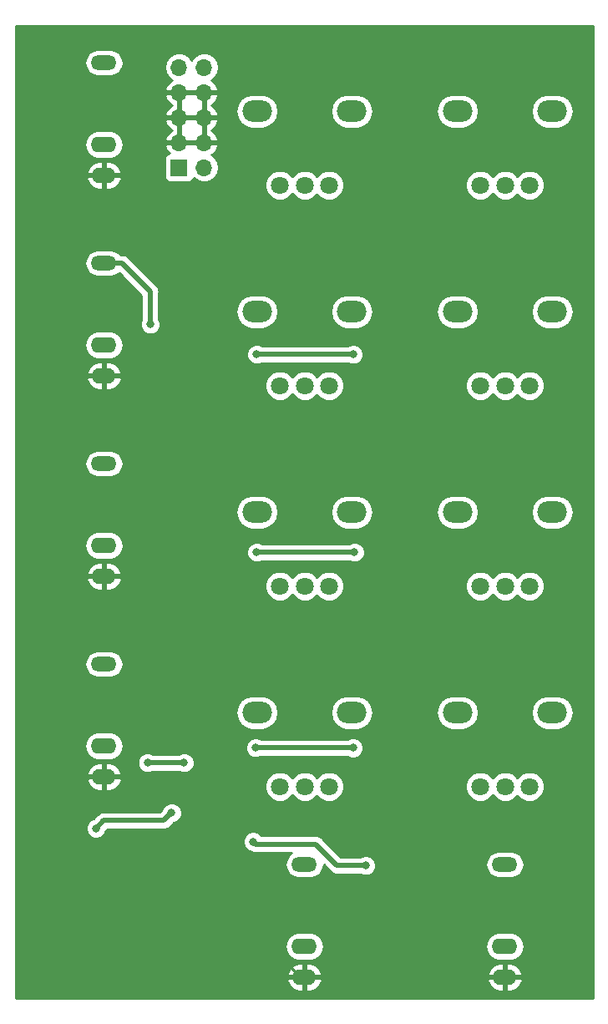
<source format=gbr>
G04 #@! TF.GenerationSoftware,KiCad,Pcbnew,(5.0.0)*
G04 #@! TF.CreationDate,2018-08-16T17:52:27+08:00*
G04 #@! TF.ProjectId,Mixer,4D697865722E6B696361645F70636200,rev?*
G04 #@! TF.SameCoordinates,Original*
G04 #@! TF.FileFunction,Copper,L1,Top,Signal*
G04 #@! TF.FilePolarity,Positive*
%FSLAX46Y46*%
G04 Gerber Fmt 4.6, Leading zero omitted, Abs format (unit mm)*
G04 Created by KiCad (PCBNEW (5.0.0)) date 08/16/18 17:52:27*
%MOMM*%
%LPD*%
G01*
G04 APERTURE LIST*
G04 #@! TA.AperFunction,ComponentPad*
%ADD10R,1.700000X1.700000*%
G04 #@! TD*
G04 #@! TA.AperFunction,ComponentPad*
%ADD11O,1.700000X1.700000*%
G04 #@! TD*
G04 #@! TA.AperFunction,WasherPad*
%ADD12O,3.000000X2.200000*%
G04 #@! TD*
G04 #@! TA.AperFunction,ComponentPad*
%ADD13C,1.800000*%
G04 #@! TD*
G04 #@! TA.AperFunction,ComponentPad*
%ADD14O,2.600000X1.500000*%
G04 #@! TD*
G04 #@! TA.AperFunction,ComponentPad*
%ADD15O,2.400000X1.600000*%
G04 #@! TD*
G04 #@! TA.AperFunction,ComponentPad*
%ADD16O,2.600000X1.600000*%
G04 #@! TD*
G04 #@! TA.AperFunction,ViaPad*
%ADD17C,0.800000*%
G04 #@! TD*
G04 #@! TA.AperFunction,Conductor*
%ADD18C,0.508000*%
G04 #@! TD*
G04 #@! TA.AperFunction,Conductor*
%ADD19C,0.254000*%
G04 #@! TD*
G04 APERTURE END LIST*
D10*
G04 #@! TO.P,J7,1*
G04 #@! TO.N,Net-(D1-Pad2)*
X106172000Y-66675000D03*
D11*
G04 #@! TO.P,J7,2*
X108712000Y-66675000D03*
G04 #@! TO.P,J7,3*
G04 #@! TO.N,GND*
X106172000Y-64135000D03*
G04 #@! TO.P,J7,4*
X108712000Y-64135000D03*
G04 #@! TO.P,J7,5*
X106172000Y-61595000D03*
G04 #@! TO.P,J7,6*
X108712000Y-61595000D03*
G04 #@! TO.P,J7,7*
X106172000Y-59055000D03*
G04 #@! TO.P,J7,8*
X108712000Y-59055000D03*
G04 #@! TO.P,J7,9*
G04 #@! TO.N,Net-(D2-Pad1)*
X106172000Y-56515000D03*
G04 #@! TO.P,J7,10*
X108712000Y-56515000D03*
G04 #@! TD*
D12*
G04 #@! TO.P,RV8,*
G04 #@! TO.N,*
X123672000Y-121920000D03*
D13*
G04 #@! TO.P,RV8,3*
G04 #@! TO.N,Net-(R19-Pad2)*
X116372000Y-129420010D03*
G04 #@! TO.P,RV8,2*
G04 #@! TO.N,Net-(R12-Pad1)*
X118912000Y-129420010D03*
G04 #@! TO.P,RV8,1*
G04 #@! TO.N,Net-(C1-Pad2)*
X121372000Y-129420010D03*
D12*
G04 #@! TO.P,RV8,*
G04 #@! TO.N,*
X114072000Y-121920000D03*
G04 #@! TD*
G04 #@! TO.P,RV7,*
G04 #@! TO.N,*
X114072000Y-101600000D03*
D13*
G04 #@! TO.P,RV7,1*
G04 #@! TO.N,Net-(C1-Pad2)*
X121372000Y-109100010D03*
G04 #@! TO.P,RV7,2*
G04 #@! TO.N,Net-(R9-Pad1)*
X118912000Y-109100010D03*
G04 #@! TO.P,RV7,3*
G04 #@! TO.N,Net-(R19-Pad2)*
X116372000Y-109100010D03*
D12*
G04 #@! TO.P,RV7,*
G04 #@! TO.N,*
X123672000Y-101600000D03*
G04 #@! TD*
G04 #@! TO.P,RV6,*
G04 #@! TO.N,*
X123672000Y-81280000D03*
D13*
G04 #@! TO.P,RV6,3*
G04 #@! TO.N,Net-(R19-Pad2)*
X116372000Y-88780010D03*
G04 #@! TO.P,RV6,2*
G04 #@! TO.N,Net-(R3-Pad1)*
X118912000Y-88780010D03*
G04 #@! TO.P,RV6,1*
G04 #@! TO.N,Net-(C1-Pad2)*
X121372000Y-88780010D03*
D12*
G04 #@! TO.P,RV6,*
G04 #@! TO.N,*
X114072000Y-81280000D03*
G04 #@! TD*
G04 #@! TO.P,RV5,*
G04 #@! TO.N,*
X114072000Y-60960000D03*
D13*
G04 #@! TO.P,RV5,1*
G04 #@! TO.N,Net-(C1-Pad2)*
X121372000Y-68460010D03*
G04 #@! TO.P,RV5,2*
G04 #@! TO.N,Net-(R1-Pad1)*
X118912000Y-68460010D03*
G04 #@! TO.P,RV5,3*
G04 #@! TO.N,Net-(R19-Pad2)*
X116372000Y-68460010D03*
D12*
G04 #@! TO.P,RV5,*
G04 #@! TO.N,*
X123672000Y-60960000D03*
G04 #@! TD*
G04 #@! TO.P,RV4,*
G04 #@! TO.N,*
X143992000Y-121920000D03*
D13*
G04 #@! TO.P,RV4,3*
G04 #@! TO.N,Net-(R21-Pad2)*
X136692000Y-129420010D03*
G04 #@! TO.P,RV4,2*
G04 #@! TO.N,Net-(R15-Pad1)*
X139232000Y-129420010D03*
G04 #@! TO.P,RV4,1*
G04 #@! TO.N,Net-(C3-Pad2)*
X141692000Y-129420010D03*
D12*
G04 #@! TO.P,RV4,*
G04 #@! TO.N,*
X134392000Y-121920000D03*
G04 #@! TD*
G04 #@! TO.P,RV3,*
G04 #@! TO.N,*
X134392000Y-101600000D03*
D13*
G04 #@! TO.P,RV3,1*
G04 #@! TO.N,Net-(C3-Pad2)*
X141692000Y-109100010D03*
G04 #@! TO.P,RV3,2*
G04 #@! TO.N,Net-(R11-Pad1)*
X139232000Y-109100010D03*
G04 #@! TO.P,RV3,3*
G04 #@! TO.N,Net-(R21-Pad2)*
X136692000Y-109100010D03*
D12*
G04 #@! TO.P,RV3,*
G04 #@! TO.N,*
X143992000Y-101600000D03*
G04 #@! TD*
G04 #@! TO.P,RV1,*
G04 #@! TO.N,*
X143992000Y-60960000D03*
D13*
G04 #@! TO.P,RV1,3*
G04 #@! TO.N,Net-(R21-Pad2)*
X136692000Y-68460010D03*
G04 #@! TO.P,RV1,2*
G04 #@! TO.N,Net-(R2-Pad1)*
X139232000Y-68460010D03*
G04 #@! TO.P,RV1,1*
G04 #@! TO.N,Net-(C3-Pad2)*
X141692000Y-68460010D03*
D12*
G04 #@! TO.P,RV1,*
G04 #@! TO.N,*
X134392000Y-60960000D03*
G04 #@! TD*
G04 #@! TO.P,RV2,*
G04 #@! TO.N,*
X134392000Y-81280000D03*
D13*
G04 #@! TO.P,RV2,1*
G04 #@! TO.N,Net-(C3-Pad2)*
X141692000Y-88780010D03*
G04 #@! TO.P,RV2,2*
G04 #@! TO.N,Net-(R4-Pad1)*
X139232000Y-88780010D03*
G04 #@! TO.P,RV2,3*
G04 #@! TO.N,Net-(R21-Pad2)*
X136692000Y-88780010D03*
D12*
G04 #@! TO.P,RV2,*
G04 #@! TO.N,*
X143992000Y-81280000D03*
G04 #@! TD*
D14*
G04 #@! TO.P,J4,T*
G04 #@! TO.N,Net-(J4-PadT)*
X98552000Y-117000000D03*
D15*
G04 #@! TO.P,J4,S*
G04 #@! TO.N,GND*
X98552000Y-128400000D03*
D16*
G04 #@! TO.P,J4,TN*
G04 #@! TO.N,Net-(J4-PadTN)*
X98552000Y-125300000D03*
G04 #@! TD*
G04 #@! TO.P,J1,TN*
G04 #@! TO.N,Net-(J1-PadTN)*
X98552000Y-64340000D03*
D15*
G04 #@! TO.P,J1,S*
G04 #@! TO.N,GND*
X98552000Y-67440000D03*
D14*
G04 #@! TO.P,J1,T*
G04 #@! TO.N,Net-(J1-PadT)*
X98552000Y-56040000D03*
G04 #@! TD*
G04 #@! TO.P,J2,T*
G04 #@! TO.N,Net-(J2-PadT)*
X98552000Y-76360000D03*
D15*
G04 #@! TO.P,J2,S*
G04 #@! TO.N,GND*
X98552000Y-87760000D03*
D16*
G04 #@! TO.P,J2,TN*
G04 #@! TO.N,Net-(J2-PadTN)*
X98552000Y-84660000D03*
G04 #@! TD*
G04 #@! TO.P,J6,TN*
G04 #@! TO.N,Net-(J6-PadTN)*
X139192000Y-145620000D03*
D15*
G04 #@! TO.P,J6,S*
G04 #@! TO.N,GND*
X139192000Y-148720000D03*
D14*
G04 #@! TO.P,J6,T*
G04 #@! TO.N,Net-(J6-PadT)*
X139192000Y-137320000D03*
G04 #@! TD*
G04 #@! TO.P,J5,T*
G04 #@! TO.N,Net-(J5-PadT)*
X118872000Y-137320000D03*
D15*
G04 #@! TO.P,J5,S*
G04 #@! TO.N,GND*
X118872000Y-148720000D03*
D16*
G04 #@! TO.P,J5,TN*
G04 #@! TO.N,Net-(J5-PadTN)*
X118872000Y-145620000D03*
G04 #@! TD*
G04 #@! TO.P,J3,TN*
G04 #@! TO.N,Net-(J3-PadTN)*
X98552000Y-104980000D03*
D15*
G04 #@! TO.P,J3,S*
G04 #@! TO.N,GND*
X98552000Y-108080000D03*
D14*
G04 #@! TO.P,J3,T*
G04 #@! TO.N,Net-(J3-PadT)*
X98552000Y-96680000D03*
G04 #@! TD*
D17*
G04 #@! TO.N,Net-(J4-PadT)*
X123806001Y-125494999D03*
X113919000Y-125476000D03*
G04 #@! TO.N,Net-(C2-Pad2)*
X102978000Y-127000000D03*
X106680000Y-127000000D03*
G04 #@! TO.N,Net-(C1-Pad2)*
X97741500Y-133652500D03*
X105410000Y-132080000D03*
G04 #@! TO.N,Net-(J2-PadT)*
X103251000Y-82550000D03*
X114046000Y-85598000D03*
X123825000Y-85598000D03*
G04 #@! TO.N,Net-(J3-PadT)*
X114046000Y-105664000D03*
X123952000Y-105664000D03*
G04 #@! TO.N,Net-(C3-Pad2)*
X113665000Y-135001000D03*
X125095000Y-137414000D03*
G04 #@! TO.N,GND*
X94100000Y-135300000D03*
X94100000Y-139900000D03*
X111900000Y-140300000D03*
X111900000Y-135500000D03*
X126100000Y-129700000D03*
X129300000Y-117500000D03*
X129300000Y-91200000D03*
X129300000Y-76600000D03*
X129300000Y-70900000D03*
X129300000Y-55700000D03*
X139200000Y-117500000D03*
X129285999Y-96774001D03*
X129286000Y-110490000D03*
X139446000Y-96774000D03*
X139446000Y-76454000D03*
X119024000Y-117500000D03*
X118872000Y-96774000D03*
X118872000Y-76962000D03*
G04 #@! TD*
D18*
G04 #@! TO.N,Net-(J4-PadT)*
X113937999Y-125494999D02*
X113919000Y-125476000D01*
X123806001Y-125494999D02*
X113937999Y-125494999D01*
G04 #@! TO.N,Net-(C2-Pad2)*
X102978000Y-127000000D02*
X106680000Y-127000000D01*
G04 #@! TO.N,Net-(C1-Pad2)*
X104648000Y-132842000D02*
X105410000Y-132080000D01*
X97741500Y-133652500D02*
X98552000Y-132842000D01*
X98552000Y-132842000D02*
X104648000Y-132842000D01*
G04 #@! TO.N,Net-(J2-PadT)*
X100360000Y-76360000D02*
X103251000Y-79251000D01*
X98552000Y-76360000D02*
X100360000Y-76360000D01*
X103251000Y-79251000D02*
X103251000Y-82550000D01*
X114046000Y-85598000D02*
X123825000Y-85598000D01*
G04 #@! TO.N,Net-(J3-PadT)*
X114046000Y-105664000D02*
X123952000Y-105664000D01*
G04 #@! TO.N,Net-(C3-Pad2)*
X113919000Y-135255000D02*
X113665000Y-135001000D01*
X120015000Y-135255000D02*
X113919000Y-135255000D01*
X125095000Y-137414000D02*
X122174000Y-137414000D01*
X122174000Y-137414000D02*
X120015000Y-135255000D01*
D19*
G04 #@! TO.N,GND*
X97098000Y-128400000D02*
X94100000Y-131398000D01*
X98552000Y-128400000D02*
X97098000Y-128400000D01*
X94100000Y-131398000D02*
X94100000Y-135300000D01*
X118472000Y-148720000D02*
X111900000Y-142148000D01*
X118872000Y-148720000D02*
X118472000Y-148720000D01*
X111900000Y-142148000D02*
X111900000Y-140300000D01*
X120326000Y-148720000D02*
X127800000Y-141246000D01*
X118872000Y-148720000D02*
X120326000Y-148720000D01*
X127800000Y-141246000D02*
X127800000Y-131400000D01*
X127800000Y-131400000D02*
X126100000Y-129700000D01*
D18*
X129300000Y-76600000D02*
X129300000Y-70900000D01*
X129300000Y-117500000D02*
X139200000Y-117500000D01*
X129300000Y-91200000D02*
X129300000Y-96760000D01*
X129300000Y-96760000D02*
X129285999Y-96774001D01*
X129300000Y-116934315D02*
X129300000Y-117500000D01*
X129286000Y-110490000D02*
X129300000Y-116934315D01*
X129285999Y-96774001D02*
X129851685Y-96774000D01*
X129851685Y-96774000D02*
X139446000Y-96774000D01*
X129699999Y-76999999D02*
X138900001Y-76999999D01*
X129300000Y-76600000D02*
X129699999Y-76999999D01*
X138900001Y-76999999D02*
X139446000Y-76454000D01*
X129300000Y-117500000D02*
X119024000Y-117500000D01*
X128886000Y-96374002D02*
X119271998Y-96374002D01*
X129285999Y-96774001D02*
X128886000Y-96374002D01*
X119271998Y-96374002D02*
X118872000Y-96774000D01*
X129300000Y-76600000D02*
X119234000Y-76600000D01*
X119234000Y-76600000D02*
X118872000Y-76962000D01*
G04 #@! TD*
D19*
G04 #@! TO.N,GND*
G36*
X148090000Y-150890000D02*
X89610000Y-150890000D01*
X89610000Y-149069039D01*
X117080096Y-149069039D01*
X117097633Y-149151819D01*
X117367500Y-149644896D01*
X117805517Y-149997166D01*
X118345000Y-150155000D01*
X118745000Y-150155000D01*
X118745000Y-148847000D01*
X118999000Y-148847000D01*
X118999000Y-150155000D01*
X119399000Y-150155000D01*
X119938483Y-149997166D01*
X120376500Y-149644896D01*
X120646367Y-149151819D01*
X120663904Y-149069039D01*
X137400096Y-149069039D01*
X137417633Y-149151819D01*
X137687500Y-149644896D01*
X138125517Y-149997166D01*
X138665000Y-150155000D01*
X139065000Y-150155000D01*
X139065000Y-148847000D01*
X139319000Y-148847000D01*
X139319000Y-150155000D01*
X139719000Y-150155000D01*
X140258483Y-149997166D01*
X140696500Y-149644896D01*
X140966367Y-149151819D01*
X140983904Y-149069039D01*
X140861915Y-148847000D01*
X139319000Y-148847000D01*
X139065000Y-148847000D01*
X137522085Y-148847000D01*
X137400096Y-149069039D01*
X120663904Y-149069039D01*
X120541915Y-148847000D01*
X118999000Y-148847000D01*
X118745000Y-148847000D01*
X117202085Y-148847000D01*
X117080096Y-149069039D01*
X89610000Y-149069039D01*
X89610000Y-148370961D01*
X117080096Y-148370961D01*
X117202085Y-148593000D01*
X118745000Y-148593000D01*
X118745000Y-147285000D01*
X118999000Y-147285000D01*
X118999000Y-148593000D01*
X120541915Y-148593000D01*
X120663904Y-148370961D01*
X137400096Y-148370961D01*
X137522085Y-148593000D01*
X139065000Y-148593000D01*
X139065000Y-147285000D01*
X139319000Y-147285000D01*
X139319000Y-148593000D01*
X140861915Y-148593000D01*
X140983904Y-148370961D01*
X140966367Y-148288181D01*
X140696500Y-147795104D01*
X140258483Y-147442834D01*
X139719000Y-147285000D01*
X139319000Y-147285000D01*
X139065000Y-147285000D01*
X138665000Y-147285000D01*
X138125517Y-147442834D01*
X137687500Y-147795104D01*
X137417633Y-148288181D01*
X137400096Y-148370961D01*
X120663904Y-148370961D01*
X120646367Y-148288181D01*
X120376500Y-147795104D01*
X119938483Y-147442834D01*
X119399000Y-147285000D01*
X118999000Y-147285000D01*
X118745000Y-147285000D01*
X118345000Y-147285000D01*
X117805517Y-147442834D01*
X117367500Y-147795104D01*
X117097633Y-148288181D01*
X117080096Y-148370961D01*
X89610000Y-148370961D01*
X89610000Y-145620000D01*
X116908887Y-145620000D01*
X117020260Y-146179909D01*
X117337423Y-146654577D01*
X117812091Y-146971740D01*
X118230667Y-147055000D01*
X119513333Y-147055000D01*
X119931909Y-146971740D01*
X120406577Y-146654577D01*
X120723740Y-146179909D01*
X120835113Y-145620000D01*
X137228887Y-145620000D01*
X137340260Y-146179909D01*
X137657423Y-146654577D01*
X138132091Y-146971740D01*
X138550667Y-147055000D01*
X139833333Y-147055000D01*
X140251909Y-146971740D01*
X140726577Y-146654577D01*
X141043740Y-146179909D01*
X141155113Y-145620000D01*
X141043740Y-145060091D01*
X140726577Y-144585423D01*
X140251909Y-144268260D01*
X139833333Y-144185000D01*
X138550667Y-144185000D01*
X138132091Y-144268260D01*
X137657423Y-144585423D01*
X137340260Y-145060091D01*
X137228887Y-145620000D01*
X120835113Y-145620000D01*
X120723740Y-145060091D01*
X120406577Y-144585423D01*
X119931909Y-144268260D01*
X119513333Y-144185000D01*
X118230667Y-144185000D01*
X117812091Y-144268260D01*
X117337423Y-144585423D01*
X117020260Y-145060091D01*
X116908887Y-145620000D01*
X89610000Y-145620000D01*
X89610000Y-134795126D01*
X112630000Y-134795126D01*
X112630000Y-135206874D01*
X112787569Y-135587280D01*
X113078720Y-135878431D01*
X113459126Y-136036000D01*
X113487693Y-136036000D01*
X113572130Y-136092419D01*
X113831444Y-136144000D01*
X113831448Y-136144000D01*
X113918999Y-136161415D01*
X114006550Y-136144000D01*
X117589075Y-136144000D01*
X117323471Y-136321471D01*
X117017359Y-136779600D01*
X116909867Y-137320000D01*
X117017359Y-137860400D01*
X117323471Y-138318529D01*
X117781600Y-138624641D01*
X118185593Y-138705000D01*
X119558407Y-138705000D01*
X119962400Y-138624641D01*
X120420529Y-138318529D01*
X120726641Y-137860400D01*
X120832247Y-137329482D01*
X121483471Y-137980707D01*
X121533067Y-138054933D01*
X121827130Y-138251419D01*
X122086444Y-138303000D01*
X122173999Y-138320416D01*
X122261554Y-138303000D01*
X124536650Y-138303000D01*
X124889126Y-138449000D01*
X125300874Y-138449000D01*
X125681280Y-138291431D01*
X125972431Y-138000280D01*
X126130000Y-137619874D01*
X126130000Y-137320000D01*
X137229867Y-137320000D01*
X137337359Y-137860400D01*
X137643471Y-138318529D01*
X138101600Y-138624641D01*
X138505593Y-138705000D01*
X139878407Y-138705000D01*
X140282400Y-138624641D01*
X140740529Y-138318529D01*
X141046641Y-137860400D01*
X141154133Y-137320000D01*
X141046641Y-136779600D01*
X140740529Y-136321471D01*
X140282400Y-136015359D01*
X139878407Y-135935000D01*
X138505593Y-135935000D01*
X138101600Y-136015359D01*
X137643471Y-136321471D01*
X137337359Y-136779600D01*
X137229867Y-137320000D01*
X126130000Y-137320000D01*
X126130000Y-137208126D01*
X125972431Y-136827720D01*
X125681280Y-136536569D01*
X125300874Y-136379000D01*
X124889126Y-136379000D01*
X124536650Y-136525000D01*
X122542236Y-136525000D01*
X120705531Y-134688296D01*
X120655933Y-134614067D01*
X120361870Y-134417581D01*
X120102556Y-134366000D01*
X120102555Y-134366000D01*
X120015000Y-134348584D01*
X119927445Y-134366000D01*
X114493711Y-134366000D01*
X114251280Y-134123569D01*
X113870874Y-133966000D01*
X113459126Y-133966000D01*
X113078720Y-134123569D01*
X112787569Y-134414720D01*
X112630000Y-134795126D01*
X89610000Y-134795126D01*
X89610000Y-133446626D01*
X96706500Y-133446626D01*
X96706500Y-133858374D01*
X96864069Y-134238780D01*
X97155220Y-134529931D01*
X97535626Y-134687500D01*
X97947374Y-134687500D01*
X98327780Y-134529931D01*
X98618931Y-134238780D01*
X98764931Y-133886305D01*
X98920236Y-133731000D01*
X104560445Y-133731000D01*
X104648000Y-133748416D01*
X104735555Y-133731000D01*
X104735556Y-133731000D01*
X104994870Y-133679419D01*
X105288933Y-133482933D01*
X105338531Y-133408704D01*
X105643805Y-133103431D01*
X105996280Y-132957431D01*
X106287431Y-132666280D01*
X106445000Y-132285874D01*
X106445000Y-131874126D01*
X106287431Y-131493720D01*
X105996280Y-131202569D01*
X105615874Y-131045000D01*
X105204126Y-131045000D01*
X104823720Y-131202569D01*
X104532569Y-131493720D01*
X104386569Y-131846195D01*
X104279765Y-131953000D01*
X98639554Y-131953000D01*
X98551999Y-131935584D01*
X98464444Y-131953000D01*
X98205130Y-132004581D01*
X97911067Y-132201067D01*
X97861471Y-132275294D01*
X97507695Y-132629069D01*
X97155220Y-132775069D01*
X96864069Y-133066220D01*
X96706500Y-133446626D01*
X89610000Y-133446626D01*
X89610000Y-128749039D01*
X96760096Y-128749039D01*
X96777633Y-128831819D01*
X97047500Y-129324896D01*
X97485517Y-129677166D01*
X98025000Y-129835000D01*
X98425000Y-129835000D01*
X98425000Y-128527000D01*
X98679000Y-128527000D01*
X98679000Y-129835000D01*
X99079000Y-129835000D01*
X99618483Y-129677166D01*
X100056500Y-129324896D01*
X100171553Y-129114680D01*
X114837000Y-129114680D01*
X114837000Y-129725340D01*
X115070690Y-130289517D01*
X115502493Y-130721320D01*
X116066670Y-130955010D01*
X116677330Y-130955010D01*
X117241507Y-130721320D01*
X117642000Y-130320827D01*
X118042493Y-130721320D01*
X118606670Y-130955010D01*
X119217330Y-130955010D01*
X119781507Y-130721320D01*
X120142000Y-130360827D01*
X120502493Y-130721320D01*
X121066670Y-130955010D01*
X121677330Y-130955010D01*
X122241507Y-130721320D01*
X122673310Y-130289517D01*
X122907000Y-129725340D01*
X122907000Y-129114680D01*
X135157000Y-129114680D01*
X135157000Y-129725340D01*
X135390690Y-130289517D01*
X135822493Y-130721320D01*
X136386670Y-130955010D01*
X136997330Y-130955010D01*
X137561507Y-130721320D01*
X137962000Y-130320827D01*
X138362493Y-130721320D01*
X138926670Y-130955010D01*
X139537330Y-130955010D01*
X140101507Y-130721320D01*
X140462000Y-130360827D01*
X140822493Y-130721320D01*
X141386670Y-130955010D01*
X141997330Y-130955010D01*
X142561507Y-130721320D01*
X142993310Y-130289517D01*
X143227000Y-129725340D01*
X143227000Y-129114680D01*
X142993310Y-128550503D01*
X142561507Y-128118700D01*
X141997330Y-127885010D01*
X141386670Y-127885010D01*
X140822493Y-128118700D01*
X140462000Y-128479193D01*
X140101507Y-128118700D01*
X139537330Y-127885010D01*
X138926670Y-127885010D01*
X138362493Y-128118700D01*
X137962000Y-128519193D01*
X137561507Y-128118700D01*
X136997330Y-127885010D01*
X136386670Y-127885010D01*
X135822493Y-128118700D01*
X135390690Y-128550503D01*
X135157000Y-129114680D01*
X122907000Y-129114680D01*
X122673310Y-128550503D01*
X122241507Y-128118700D01*
X121677330Y-127885010D01*
X121066670Y-127885010D01*
X120502493Y-128118700D01*
X120142000Y-128479193D01*
X119781507Y-128118700D01*
X119217330Y-127885010D01*
X118606670Y-127885010D01*
X118042493Y-128118700D01*
X117642000Y-128519193D01*
X117241507Y-128118700D01*
X116677330Y-127885010D01*
X116066670Y-127885010D01*
X115502493Y-128118700D01*
X115070690Y-128550503D01*
X114837000Y-129114680D01*
X100171553Y-129114680D01*
X100326367Y-128831819D01*
X100343904Y-128749039D01*
X100221915Y-128527000D01*
X98679000Y-128527000D01*
X98425000Y-128527000D01*
X96882085Y-128527000D01*
X96760096Y-128749039D01*
X89610000Y-128749039D01*
X89610000Y-128050961D01*
X96760096Y-128050961D01*
X96882085Y-128273000D01*
X98425000Y-128273000D01*
X98425000Y-126965000D01*
X98679000Y-126965000D01*
X98679000Y-128273000D01*
X100221915Y-128273000D01*
X100343904Y-128050961D01*
X100326367Y-127968181D01*
X100056500Y-127475104D01*
X99618483Y-127122834D01*
X99079000Y-126965000D01*
X98679000Y-126965000D01*
X98425000Y-126965000D01*
X98025000Y-126965000D01*
X97485517Y-127122834D01*
X97047500Y-127475104D01*
X96777633Y-127968181D01*
X96760096Y-128050961D01*
X89610000Y-128050961D01*
X89610000Y-126794126D01*
X101943000Y-126794126D01*
X101943000Y-127205874D01*
X102100569Y-127586280D01*
X102391720Y-127877431D01*
X102772126Y-128035000D01*
X103183874Y-128035000D01*
X103536350Y-127889000D01*
X106121650Y-127889000D01*
X106474126Y-128035000D01*
X106885874Y-128035000D01*
X107266280Y-127877431D01*
X107557431Y-127586280D01*
X107715000Y-127205874D01*
X107715000Y-126794126D01*
X107557431Y-126413720D01*
X107266280Y-126122569D01*
X106885874Y-125965000D01*
X106474126Y-125965000D01*
X106121650Y-126111000D01*
X103536350Y-126111000D01*
X103183874Y-125965000D01*
X102772126Y-125965000D01*
X102391720Y-126122569D01*
X102100569Y-126413720D01*
X101943000Y-126794126D01*
X89610000Y-126794126D01*
X89610000Y-125300000D01*
X96588887Y-125300000D01*
X96700260Y-125859909D01*
X97017423Y-126334577D01*
X97492091Y-126651740D01*
X97910667Y-126735000D01*
X99193333Y-126735000D01*
X99611909Y-126651740D01*
X100086577Y-126334577D01*
X100403740Y-125859909D01*
X100515113Y-125300000D01*
X100509171Y-125270126D01*
X112884000Y-125270126D01*
X112884000Y-125681874D01*
X113041569Y-126062280D01*
X113332720Y-126353431D01*
X113713126Y-126511000D01*
X114124874Y-126511000D01*
X114431482Y-126383999D01*
X123247651Y-126383999D01*
X123600127Y-126529999D01*
X124011875Y-126529999D01*
X124392281Y-126372430D01*
X124683432Y-126081279D01*
X124841001Y-125700873D01*
X124841001Y-125289125D01*
X124683432Y-124908719D01*
X124392281Y-124617568D01*
X124011875Y-124459999D01*
X123600127Y-124459999D01*
X123247651Y-124605999D01*
X114512710Y-124605999D01*
X114505280Y-124598569D01*
X114124874Y-124441000D01*
X113713126Y-124441000D01*
X113332720Y-124598569D01*
X113041569Y-124889720D01*
X112884000Y-125270126D01*
X100509171Y-125270126D01*
X100403740Y-124740091D01*
X100086577Y-124265423D01*
X99611909Y-123948260D01*
X99193333Y-123865000D01*
X97910667Y-123865000D01*
X97492091Y-123948260D01*
X97017423Y-124265423D01*
X96700260Y-124740091D01*
X96588887Y-125300000D01*
X89610000Y-125300000D01*
X89610000Y-121920000D01*
X111903010Y-121920000D01*
X112037666Y-122596963D01*
X112421135Y-123170865D01*
X112995037Y-123554334D01*
X113501120Y-123655000D01*
X114642880Y-123655000D01*
X115148963Y-123554334D01*
X115722865Y-123170865D01*
X116106334Y-122596963D01*
X116240990Y-121920000D01*
X121503010Y-121920000D01*
X121637666Y-122596963D01*
X122021135Y-123170865D01*
X122595037Y-123554334D01*
X123101120Y-123655000D01*
X124242880Y-123655000D01*
X124748963Y-123554334D01*
X125322865Y-123170865D01*
X125706334Y-122596963D01*
X125840990Y-121920000D01*
X132223010Y-121920000D01*
X132357666Y-122596963D01*
X132741135Y-123170865D01*
X133315037Y-123554334D01*
X133821120Y-123655000D01*
X134962880Y-123655000D01*
X135468963Y-123554334D01*
X136042865Y-123170865D01*
X136426334Y-122596963D01*
X136560990Y-121920000D01*
X141823010Y-121920000D01*
X141957666Y-122596963D01*
X142341135Y-123170865D01*
X142915037Y-123554334D01*
X143421120Y-123655000D01*
X144562880Y-123655000D01*
X145068963Y-123554334D01*
X145642865Y-123170865D01*
X146026334Y-122596963D01*
X146160990Y-121920000D01*
X146026334Y-121243037D01*
X145642865Y-120669135D01*
X145068963Y-120285666D01*
X144562880Y-120185000D01*
X143421120Y-120185000D01*
X142915037Y-120285666D01*
X142341135Y-120669135D01*
X141957666Y-121243037D01*
X141823010Y-121920000D01*
X136560990Y-121920000D01*
X136426334Y-121243037D01*
X136042865Y-120669135D01*
X135468963Y-120285666D01*
X134962880Y-120185000D01*
X133821120Y-120185000D01*
X133315037Y-120285666D01*
X132741135Y-120669135D01*
X132357666Y-121243037D01*
X132223010Y-121920000D01*
X125840990Y-121920000D01*
X125706334Y-121243037D01*
X125322865Y-120669135D01*
X124748963Y-120285666D01*
X124242880Y-120185000D01*
X123101120Y-120185000D01*
X122595037Y-120285666D01*
X122021135Y-120669135D01*
X121637666Y-121243037D01*
X121503010Y-121920000D01*
X116240990Y-121920000D01*
X116106334Y-121243037D01*
X115722865Y-120669135D01*
X115148963Y-120285666D01*
X114642880Y-120185000D01*
X113501120Y-120185000D01*
X112995037Y-120285666D01*
X112421135Y-120669135D01*
X112037666Y-121243037D01*
X111903010Y-121920000D01*
X89610000Y-121920000D01*
X89610000Y-117000000D01*
X96589867Y-117000000D01*
X96697359Y-117540400D01*
X97003471Y-117998529D01*
X97461600Y-118304641D01*
X97865593Y-118385000D01*
X99238407Y-118385000D01*
X99642400Y-118304641D01*
X100100529Y-117998529D01*
X100406641Y-117540400D01*
X100514133Y-117000000D01*
X100406641Y-116459600D01*
X100100529Y-116001471D01*
X99642400Y-115695359D01*
X99238407Y-115615000D01*
X97865593Y-115615000D01*
X97461600Y-115695359D01*
X97003471Y-116001471D01*
X96697359Y-116459600D01*
X96589867Y-117000000D01*
X89610000Y-117000000D01*
X89610000Y-108429039D01*
X96760096Y-108429039D01*
X96777633Y-108511819D01*
X97047500Y-109004896D01*
X97485517Y-109357166D01*
X98025000Y-109515000D01*
X98425000Y-109515000D01*
X98425000Y-108207000D01*
X98679000Y-108207000D01*
X98679000Y-109515000D01*
X99079000Y-109515000D01*
X99618483Y-109357166D01*
X100056500Y-109004896D01*
X100171553Y-108794680D01*
X114837000Y-108794680D01*
X114837000Y-109405340D01*
X115070690Y-109969517D01*
X115502493Y-110401320D01*
X116066670Y-110635010D01*
X116677330Y-110635010D01*
X117241507Y-110401320D01*
X117642000Y-110000827D01*
X118042493Y-110401320D01*
X118606670Y-110635010D01*
X119217330Y-110635010D01*
X119781507Y-110401320D01*
X120142000Y-110040827D01*
X120502493Y-110401320D01*
X121066670Y-110635010D01*
X121677330Y-110635010D01*
X122241507Y-110401320D01*
X122673310Y-109969517D01*
X122907000Y-109405340D01*
X122907000Y-108794680D01*
X135157000Y-108794680D01*
X135157000Y-109405340D01*
X135390690Y-109969517D01*
X135822493Y-110401320D01*
X136386670Y-110635010D01*
X136997330Y-110635010D01*
X137561507Y-110401320D01*
X137962000Y-110000827D01*
X138362493Y-110401320D01*
X138926670Y-110635010D01*
X139537330Y-110635010D01*
X140101507Y-110401320D01*
X140462000Y-110040827D01*
X140822493Y-110401320D01*
X141386670Y-110635010D01*
X141997330Y-110635010D01*
X142561507Y-110401320D01*
X142993310Y-109969517D01*
X143227000Y-109405340D01*
X143227000Y-108794680D01*
X142993310Y-108230503D01*
X142561507Y-107798700D01*
X141997330Y-107565010D01*
X141386670Y-107565010D01*
X140822493Y-107798700D01*
X140462000Y-108159193D01*
X140101507Y-107798700D01*
X139537330Y-107565010D01*
X138926670Y-107565010D01*
X138362493Y-107798700D01*
X137962000Y-108199193D01*
X137561507Y-107798700D01*
X136997330Y-107565010D01*
X136386670Y-107565010D01*
X135822493Y-107798700D01*
X135390690Y-108230503D01*
X135157000Y-108794680D01*
X122907000Y-108794680D01*
X122673310Y-108230503D01*
X122241507Y-107798700D01*
X121677330Y-107565010D01*
X121066670Y-107565010D01*
X120502493Y-107798700D01*
X120142000Y-108159193D01*
X119781507Y-107798700D01*
X119217330Y-107565010D01*
X118606670Y-107565010D01*
X118042493Y-107798700D01*
X117642000Y-108199193D01*
X117241507Y-107798700D01*
X116677330Y-107565010D01*
X116066670Y-107565010D01*
X115502493Y-107798700D01*
X115070690Y-108230503D01*
X114837000Y-108794680D01*
X100171553Y-108794680D01*
X100326367Y-108511819D01*
X100343904Y-108429039D01*
X100221915Y-108207000D01*
X98679000Y-108207000D01*
X98425000Y-108207000D01*
X96882085Y-108207000D01*
X96760096Y-108429039D01*
X89610000Y-108429039D01*
X89610000Y-107730961D01*
X96760096Y-107730961D01*
X96882085Y-107953000D01*
X98425000Y-107953000D01*
X98425000Y-106645000D01*
X98679000Y-106645000D01*
X98679000Y-107953000D01*
X100221915Y-107953000D01*
X100343904Y-107730961D01*
X100326367Y-107648181D01*
X100056500Y-107155104D01*
X99618483Y-106802834D01*
X99079000Y-106645000D01*
X98679000Y-106645000D01*
X98425000Y-106645000D01*
X98025000Y-106645000D01*
X97485517Y-106802834D01*
X97047500Y-107155104D01*
X96777633Y-107648181D01*
X96760096Y-107730961D01*
X89610000Y-107730961D01*
X89610000Y-104980000D01*
X96588887Y-104980000D01*
X96700260Y-105539909D01*
X97017423Y-106014577D01*
X97492091Y-106331740D01*
X97910667Y-106415000D01*
X99193333Y-106415000D01*
X99611909Y-106331740D01*
X100086577Y-106014577D01*
X100403740Y-105539909D01*
X100420007Y-105458126D01*
X113011000Y-105458126D01*
X113011000Y-105869874D01*
X113168569Y-106250280D01*
X113459720Y-106541431D01*
X113840126Y-106699000D01*
X114251874Y-106699000D01*
X114604350Y-106553000D01*
X123393650Y-106553000D01*
X123746126Y-106699000D01*
X124157874Y-106699000D01*
X124538280Y-106541431D01*
X124829431Y-106250280D01*
X124987000Y-105869874D01*
X124987000Y-105458126D01*
X124829431Y-105077720D01*
X124538280Y-104786569D01*
X124157874Y-104629000D01*
X123746126Y-104629000D01*
X123393650Y-104775000D01*
X114604350Y-104775000D01*
X114251874Y-104629000D01*
X113840126Y-104629000D01*
X113459720Y-104786569D01*
X113168569Y-105077720D01*
X113011000Y-105458126D01*
X100420007Y-105458126D01*
X100515113Y-104980000D01*
X100403740Y-104420091D01*
X100086577Y-103945423D01*
X99611909Y-103628260D01*
X99193333Y-103545000D01*
X97910667Y-103545000D01*
X97492091Y-103628260D01*
X97017423Y-103945423D01*
X96700260Y-104420091D01*
X96588887Y-104980000D01*
X89610000Y-104980000D01*
X89610000Y-101600000D01*
X111903010Y-101600000D01*
X112037666Y-102276963D01*
X112421135Y-102850865D01*
X112995037Y-103234334D01*
X113501120Y-103335000D01*
X114642880Y-103335000D01*
X115148963Y-103234334D01*
X115722865Y-102850865D01*
X116106334Y-102276963D01*
X116240990Y-101600000D01*
X121503010Y-101600000D01*
X121637666Y-102276963D01*
X122021135Y-102850865D01*
X122595037Y-103234334D01*
X123101120Y-103335000D01*
X124242880Y-103335000D01*
X124748963Y-103234334D01*
X125322865Y-102850865D01*
X125706334Y-102276963D01*
X125840990Y-101600000D01*
X132223010Y-101600000D01*
X132357666Y-102276963D01*
X132741135Y-102850865D01*
X133315037Y-103234334D01*
X133821120Y-103335000D01*
X134962880Y-103335000D01*
X135468963Y-103234334D01*
X136042865Y-102850865D01*
X136426334Y-102276963D01*
X136560990Y-101600000D01*
X141823010Y-101600000D01*
X141957666Y-102276963D01*
X142341135Y-102850865D01*
X142915037Y-103234334D01*
X143421120Y-103335000D01*
X144562880Y-103335000D01*
X145068963Y-103234334D01*
X145642865Y-102850865D01*
X146026334Y-102276963D01*
X146160990Y-101600000D01*
X146026334Y-100923037D01*
X145642865Y-100349135D01*
X145068963Y-99965666D01*
X144562880Y-99865000D01*
X143421120Y-99865000D01*
X142915037Y-99965666D01*
X142341135Y-100349135D01*
X141957666Y-100923037D01*
X141823010Y-101600000D01*
X136560990Y-101600000D01*
X136426334Y-100923037D01*
X136042865Y-100349135D01*
X135468963Y-99965666D01*
X134962880Y-99865000D01*
X133821120Y-99865000D01*
X133315037Y-99965666D01*
X132741135Y-100349135D01*
X132357666Y-100923037D01*
X132223010Y-101600000D01*
X125840990Y-101600000D01*
X125706334Y-100923037D01*
X125322865Y-100349135D01*
X124748963Y-99965666D01*
X124242880Y-99865000D01*
X123101120Y-99865000D01*
X122595037Y-99965666D01*
X122021135Y-100349135D01*
X121637666Y-100923037D01*
X121503010Y-101600000D01*
X116240990Y-101600000D01*
X116106334Y-100923037D01*
X115722865Y-100349135D01*
X115148963Y-99965666D01*
X114642880Y-99865000D01*
X113501120Y-99865000D01*
X112995037Y-99965666D01*
X112421135Y-100349135D01*
X112037666Y-100923037D01*
X111903010Y-101600000D01*
X89610000Y-101600000D01*
X89610000Y-96680000D01*
X96589867Y-96680000D01*
X96697359Y-97220400D01*
X97003471Y-97678529D01*
X97461600Y-97984641D01*
X97865593Y-98065000D01*
X99238407Y-98065000D01*
X99642400Y-97984641D01*
X100100529Y-97678529D01*
X100406641Y-97220400D01*
X100514133Y-96680000D01*
X100406641Y-96139600D01*
X100100529Y-95681471D01*
X99642400Y-95375359D01*
X99238407Y-95295000D01*
X97865593Y-95295000D01*
X97461600Y-95375359D01*
X97003471Y-95681471D01*
X96697359Y-96139600D01*
X96589867Y-96680000D01*
X89610000Y-96680000D01*
X89610000Y-88109039D01*
X96760096Y-88109039D01*
X96777633Y-88191819D01*
X97047500Y-88684896D01*
X97485517Y-89037166D01*
X98025000Y-89195000D01*
X98425000Y-89195000D01*
X98425000Y-87887000D01*
X98679000Y-87887000D01*
X98679000Y-89195000D01*
X99079000Y-89195000D01*
X99618483Y-89037166D01*
X100056500Y-88684896D01*
X100171553Y-88474680D01*
X114837000Y-88474680D01*
X114837000Y-89085340D01*
X115070690Y-89649517D01*
X115502493Y-90081320D01*
X116066670Y-90315010D01*
X116677330Y-90315010D01*
X117241507Y-90081320D01*
X117642000Y-89680827D01*
X118042493Y-90081320D01*
X118606670Y-90315010D01*
X119217330Y-90315010D01*
X119781507Y-90081320D01*
X120142000Y-89720827D01*
X120502493Y-90081320D01*
X121066670Y-90315010D01*
X121677330Y-90315010D01*
X122241507Y-90081320D01*
X122673310Y-89649517D01*
X122907000Y-89085340D01*
X122907000Y-88474680D01*
X135157000Y-88474680D01*
X135157000Y-89085340D01*
X135390690Y-89649517D01*
X135822493Y-90081320D01*
X136386670Y-90315010D01*
X136997330Y-90315010D01*
X137561507Y-90081320D01*
X137962000Y-89680827D01*
X138362493Y-90081320D01*
X138926670Y-90315010D01*
X139537330Y-90315010D01*
X140101507Y-90081320D01*
X140462000Y-89720827D01*
X140822493Y-90081320D01*
X141386670Y-90315010D01*
X141997330Y-90315010D01*
X142561507Y-90081320D01*
X142993310Y-89649517D01*
X143227000Y-89085340D01*
X143227000Y-88474680D01*
X142993310Y-87910503D01*
X142561507Y-87478700D01*
X141997330Y-87245010D01*
X141386670Y-87245010D01*
X140822493Y-87478700D01*
X140462000Y-87839193D01*
X140101507Y-87478700D01*
X139537330Y-87245010D01*
X138926670Y-87245010D01*
X138362493Y-87478700D01*
X137962000Y-87879193D01*
X137561507Y-87478700D01*
X136997330Y-87245010D01*
X136386670Y-87245010D01*
X135822493Y-87478700D01*
X135390690Y-87910503D01*
X135157000Y-88474680D01*
X122907000Y-88474680D01*
X122673310Y-87910503D01*
X122241507Y-87478700D01*
X121677330Y-87245010D01*
X121066670Y-87245010D01*
X120502493Y-87478700D01*
X120142000Y-87839193D01*
X119781507Y-87478700D01*
X119217330Y-87245010D01*
X118606670Y-87245010D01*
X118042493Y-87478700D01*
X117642000Y-87879193D01*
X117241507Y-87478700D01*
X116677330Y-87245010D01*
X116066670Y-87245010D01*
X115502493Y-87478700D01*
X115070690Y-87910503D01*
X114837000Y-88474680D01*
X100171553Y-88474680D01*
X100326367Y-88191819D01*
X100343904Y-88109039D01*
X100221915Y-87887000D01*
X98679000Y-87887000D01*
X98425000Y-87887000D01*
X96882085Y-87887000D01*
X96760096Y-88109039D01*
X89610000Y-88109039D01*
X89610000Y-87410961D01*
X96760096Y-87410961D01*
X96882085Y-87633000D01*
X98425000Y-87633000D01*
X98425000Y-86325000D01*
X98679000Y-86325000D01*
X98679000Y-87633000D01*
X100221915Y-87633000D01*
X100343904Y-87410961D01*
X100326367Y-87328181D01*
X100056500Y-86835104D01*
X99618483Y-86482834D01*
X99079000Y-86325000D01*
X98679000Y-86325000D01*
X98425000Y-86325000D01*
X98025000Y-86325000D01*
X97485517Y-86482834D01*
X97047500Y-86835104D01*
X96777633Y-87328181D01*
X96760096Y-87410961D01*
X89610000Y-87410961D01*
X89610000Y-84660000D01*
X96588887Y-84660000D01*
X96700260Y-85219909D01*
X97017423Y-85694577D01*
X97492091Y-86011740D01*
X97910667Y-86095000D01*
X99193333Y-86095000D01*
X99611909Y-86011740D01*
X100086577Y-85694577D01*
X100288668Y-85392126D01*
X113011000Y-85392126D01*
X113011000Y-85803874D01*
X113168569Y-86184280D01*
X113459720Y-86475431D01*
X113840126Y-86633000D01*
X114251874Y-86633000D01*
X114604350Y-86487000D01*
X123266650Y-86487000D01*
X123619126Y-86633000D01*
X124030874Y-86633000D01*
X124411280Y-86475431D01*
X124702431Y-86184280D01*
X124860000Y-85803874D01*
X124860000Y-85392126D01*
X124702431Y-85011720D01*
X124411280Y-84720569D01*
X124030874Y-84563000D01*
X123619126Y-84563000D01*
X123266650Y-84709000D01*
X114604350Y-84709000D01*
X114251874Y-84563000D01*
X113840126Y-84563000D01*
X113459720Y-84720569D01*
X113168569Y-85011720D01*
X113011000Y-85392126D01*
X100288668Y-85392126D01*
X100403740Y-85219909D01*
X100515113Y-84660000D01*
X100403740Y-84100091D01*
X100086577Y-83625423D01*
X99611909Y-83308260D01*
X99193333Y-83225000D01*
X97910667Y-83225000D01*
X97492091Y-83308260D01*
X97017423Y-83625423D01*
X96700260Y-84100091D01*
X96588887Y-84660000D01*
X89610000Y-84660000D01*
X89610000Y-76360000D01*
X96589867Y-76360000D01*
X96697359Y-76900400D01*
X97003471Y-77358529D01*
X97461600Y-77664641D01*
X97865593Y-77745000D01*
X99238407Y-77745000D01*
X99642400Y-77664641D01*
X100100529Y-77358529D01*
X100100835Y-77358071D01*
X102362000Y-79619236D01*
X102362001Y-81991648D01*
X102216000Y-82344126D01*
X102216000Y-82755874D01*
X102373569Y-83136280D01*
X102664720Y-83427431D01*
X103045126Y-83585000D01*
X103456874Y-83585000D01*
X103837280Y-83427431D01*
X104128431Y-83136280D01*
X104286000Y-82755874D01*
X104286000Y-82344126D01*
X104140000Y-81991650D01*
X104140000Y-81280000D01*
X111903010Y-81280000D01*
X112037666Y-81956963D01*
X112421135Y-82530865D01*
X112995037Y-82914334D01*
X113501120Y-83015000D01*
X114642880Y-83015000D01*
X115148963Y-82914334D01*
X115722865Y-82530865D01*
X116106334Y-81956963D01*
X116240990Y-81280000D01*
X121503010Y-81280000D01*
X121637666Y-81956963D01*
X122021135Y-82530865D01*
X122595037Y-82914334D01*
X123101120Y-83015000D01*
X124242880Y-83015000D01*
X124748963Y-82914334D01*
X125322865Y-82530865D01*
X125706334Y-81956963D01*
X125840990Y-81280000D01*
X132223010Y-81280000D01*
X132357666Y-81956963D01*
X132741135Y-82530865D01*
X133315037Y-82914334D01*
X133821120Y-83015000D01*
X134962880Y-83015000D01*
X135468963Y-82914334D01*
X136042865Y-82530865D01*
X136426334Y-81956963D01*
X136560990Y-81280000D01*
X141823010Y-81280000D01*
X141957666Y-81956963D01*
X142341135Y-82530865D01*
X142915037Y-82914334D01*
X143421120Y-83015000D01*
X144562880Y-83015000D01*
X145068963Y-82914334D01*
X145642865Y-82530865D01*
X146026334Y-81956963D01*
X146160990Y-81280000D01*
X146026334Y-80603037D01*
X145642865Y-80029135D01*
X145068963Y-79645666D01*
X144562880Y-79545000D01*
X143421120Y-79545000D01*
X142915037Y-79645666D01*
X142341135Y-80029135D01*
X141957666Y-80603037D01*
X141823010Y-81280000D01*
X136560990Y-81280000D01*
X136426334Y-80603037D01*
X136042865Y-80029135D01*
X135468963Y-79645666D01*
X134962880Y-79545000D01*
X133821120Y-79545000D01*
X133315037Y-79645666D01*
X132741135Y-80029135D01*
X132357666Y-80603037D01*
X132223010Y-81280000D01*
X125840990Y-81280000D01*
X125706334Y-80603037D01*
X125322865Y-80029135D01*
X124748963Y-79645666D01*
X124242880Y-79545000D01*
X123101120Y-79545000D01*
X122595037Y-79645666D01*
X122021135Y-80029135D01*
X121637666Y-80603037D01*
X121503010Y-81280000D01*
X116240990Y-81280000D01*
X116106334Y-80603037D01*
X115722865Y-80029135D01*
X115148963Y-79645666D01*
X114642880Y-79545000D01*
X113501120Y-79545000D01*
X112995037Y-79645666D01*
X112421135Y-80029135D01*
X112037666Y-80603037D01*
X111903010Y-81280000D01*
X104140000Y-81280000D01*
X104140000Y-79338550D01*
X104157415Y-79250999D01*
X104140000Y-79163448D01*
X104140000Y-79163444D01*
X104088419Y-78904130D01*
X103891933Y-78610067D01*
X103817707Y-78560471D01*
X101050531Y-75793296D01*
X101000933Y-75719067D01*
X100706870Y-75522581D01*
X100447556Y-75471000D01*
X100447555Y-75471000D01*
X100360000Y-75453584D01*
X100272445Y-75471000D01*
X100173714Y-75471000D01*
X100100529Y-75361471D01*
X99642400Y-75055359D01*
X99238407Y-74975000D01*
X97865593Y-74975000D01*
X97461600Y-75055359D01*
X97003471Y-75361471D01*
X96697359Y-75819600D01*
X96589867Y-76360000D01*
X89610000Y-76360000D01*
X89610000Y-67789039D01*
X96760096Y-67789039D01*
X96777633Y-67871819D01*
X97047500Y-68364896D01*
X97485517Y-68717166D01*
X98025000Y-68875000D01*
X98425000Y-68875000D01*
X98425000Y-67567000D01*
X98679000Y-67567000D01*
X98679000Y-68875000D01*
X99079000Y-68875000D01*
X99618483Y-68717166D01*
X100056500Y-68364896D01*
X100326367Y-67871819D01*
X100343904Y-67789039D01*
X100221915Y-67567000D01*
X98679000Y-67567000D01*
X98425000Y-67567000D01*
X96882085Y-67567000D01*
X96760096Y-67789039D01*
X89610000Y-67789039D01*
X89610000Y-67090961D01*
X96760096Y-67090961D01*
X96882085Y-67313000D01*
X98425000Y-67313000D01*
X98425000Y-66005000D01*
X98679000Y-66005000D01*
X98679000Y-67313000D01*
X100221915Y-67313000D01*
X100343904Y-67090961D01*
X100326367Y-67008181D01*
X100056500Y-66515104D01*
X99618483Y-66162834D01*
X99079000Y-66005000D01*
X98679000Y-66005000D01*
X98425000Y-66005000D01*
X98025000Y-66005000D01*
X97485517Y-66162834D01*
X97047500Y-66515104D01*
X96777633Y-67008181D01*
X96760096Y-67090961D01*
X89610000Y-67090961D01*
X89610000Y-65825000D01*
X104674560Y-65825000D01*
X104674560Y-67525000D01*
X104723843Y-67772765D01*
X104864191Y-67982809D01*
X105074235Y-68123157D01*
X105322000Y-68172440D01*
X107022000Y-68172440D01*
X107269765Y-68123157D01*
X107479809Y-67982809D01*
X107620157Y-67772765D01*
X107629184Y-67727381D01*
X107641375Y-67745625D01*
X108132582Y-68073839D01*
X108565744Y-68160000D01*
X108858256Y-68160000D01*
X108885001Y-68154680D01*
X114837000Y-68154680D01*
X114837000Y-68765340D01*
X115070690Y-69329517D01*
X115502493Y-69761320D01*
X116066670Y-69995010D01*
X116677330Y-69995010D01*
X117241507Y-69761320D01*
X117642000Y-69360827D01*
X118042493Y-69761320D01*
X118606670Y-69995010D01*
X119217330Y-69995010D01*
X119781507Y-69761320D01*
X120142000Y-69400827D01*
X120502493Y-69761320D01*
X121066670Y-69995010D01*
X121677330Y-69995010D01*
X122241507Y-69761320D01*
X122673310Y-69329517D01*
X122907000Y-68765340D01*
X122907000Y-68154680D01*
X135157000Y-68154680D01*
X135157000Y-68765340D01*
X135390690Y-69329517D01*
X135822493Y-69761320D01*
X136386670Y-69995010D01*
X136997330Y-69995010D01*
X137561507Y-69761320D01*
X137962000Y-69360827D01*
X138362493Y-69761320D01*
X138926670Y-69995010D01*
X139537330Y-69995010D01*
X140101507Y-69761320D01*
X140462000Y-69400827D01*
X140822493Y-69761320D01*
X141386670Y-69995010D01*
X141997330Y-69995010D01*
X142561507Y-69761320D01*
X142993310Y-69329517D01*
X143227000Y-68765340D01*
X143227000Y-68154680D01*
X142993310Y-67590503D01*
X142561507Y-67158700D01*
X141997330Y-66925010D01*
X141386670Y-66925010D01*
X140822493Y-67158700D01*
X140462000Y-67519193D01*
X140101507Y-67158700D01*
X139537330Y-66925010D01*
X138926670Y-66925010D01*
X138362493Y-67158700D01*
X137962000Y-67559193D01*
X137561507Y-67158700D01*
X136997330Y-66925010D01*
X136386670Y-66925010D01*
X135822493Y-67158700D01*
X135390690Y-67590503D01*
X135157000Y-68154680D01*
X122907000Y-68154680D01*
X122673310Y-67590503D01*
X122241507Y-67158700D01*
X121677330Y-66925010D01*
X121066670Y-66925010D01*
X120502493Y-67158700D01*
X120142000Y-67519193D01*
X119781507Y-67158700D01*
X119217330Y-66925010D01*
X118606670Y-66925010D01*
X118042493Y-67158700D01*
X117642000Y-67559193D01*
X117241507Y-67158700D01*
X116677330Y-66925010D01*
X116066670Y-66925010D01*
X115502493Y-67158700D01*
X115070690Y-67590503D01*
X114837000Y-68154680D01*
X108885001Y-68154680D01*
X109291418Y-68073839D01*
X109782625Y-67745625D01*
X110110839Y-67254418D01*
X110226092Y-66675000D01*
X110110839Y-66095582D01*
X109782625Y-65604375D01*
X109463522Y-65391157D01*
X109593358Y-65330183D01*
X109983645Y-64901924D01*
X110153476Y-64491890D01*
X110032155Y-64262000D01*
X108839000Y-64262000D01*
X108839000Y-64282000D01*
X108585000Y-64282000D01*
X108585000Y-64262000D01*
X106299000Y-64262000D01*
X106299000Y-64282000D01*
X106045000Y-64282000D01*
X106045000Y-64262000D01*
X104851845Y-64262000D01*
X104730524Y-64491890D01*
X104900355Y-64901924D01*
X105177708Y-65206261D01*
X105074235Y-65226843D01*
X104864191Y-65367191D01*
X104723843Y-65577235D01*
X104674560Y-65825000D01*
X89610000Y-65825000D01*
X89610000Y-64340000D01*
X96588887Y-64340000D01*
X96700260Y-64899909D01*
X97017423Y-65374577D01*
X97492091Y-65691740D01*
X97910667Y-65775000D01*
X99193333Y-65775000D01*
X99611909Y-65691740D01*
X100086577Y-65374577D01*
X100403740Y-64899909D01*
X100515113Y-64340000D01*
X100403740Y-63780091D01*
X100086577Y-63305423D01*
X99611909Y-62988260D01*
X99193333Y-62905000D01*
X97910667Y-62905000D01*
X97492091Y-62988260D01*
X97017423Y-63305423D01*
X96700260Y-63780091D01*
X96588887Y-64340000D01*
X89610000Y-64340000D01*
X89610000Y-61951890D01*
X104730524Y-61951890D01*
X104900355Y-62361924D01*
X105290642Y-62790183D01*
X105449954Y-62865000D01*
X105290642Y-62939817D01*
X104900355Y-63368076D01*
X104730524Y-63778110D01*
X104851845Y-64008000D01*
X106045000Y-64008000D01*
X106045000Y-61722000D01*
X106299000Y-61722000D01*
X106299000Y-64008000D01*
X108585000Y-64008000D01*
X108585000Y-61722000D01*
X108839000Y-61722000D01*
X108839000Y-64008000D01*
X110032155Y-64008000D01*
X110153476Y-63778110D01*
X109983645Y-63368076D01*
X109593358Y-62939817D01*
X109434046Y-62865000D01*
X109593358Y-62790183D01*
X109983645Y-62361924D01*
X110153476Y-61951890D01*
X110032155Y-61722000D01*
X108839000Y-61722000D01*
X108585000Y-61722000D01*
X106299000Y-61722000D01*
X106045000Y-61722000D01*
X104851845Y-61722000D01*
X104730524Y-61951890D01*
X89610000Y-61951890D01*
X89610000Y-59411890D01*
X104730524Y-59411890D01*
X104900355Y-59821924D01*
X105290642Y-60250183D01*
X105449954Y-60325000D01*
X105290642Y-60399817D01*
X104900355Y-60828076D01*
X104730524Y-61238110D01*
X104851845Y-61468000D01*
X106045000Y-61468000D01*
X106045000Y-59182000D01*
X106299000Y-59182000D01*
X106299000Y-61468000D01*
X108585000Y-61468000D01*
X108585000Y-59182000D01*
X108839000Y-59182000D01*
X108839000Y-61468000D01*
X110032155Y-61468000D01*
X110153476Y-61238110D01*
X110038287Y-60960000D01*
X111903010Y-60960000D01*
X112037666Y-61636963D01*
X112421135Y-62210865D01*
X112995037Y-62594334D01*
X113501120Y-62695000D01*
X114642880Y-62695000D01*
X115148963Y-62594334D01*
X115722865Y-62210865D01*
X116106334Y-61636963D01*
X116240990Y-60960000D01*
X121503010Y-60960000D01*
X121637666Y-61636963D01*
X122021135Y-62210865D01*
X122595037Y-62594334D01*
X123101120Y-62695000D01*
X124242880Y-62695000D01*
X124748963Y-62594334D01*
X125322865Y-62210865D01*
X125706334Y-61636963D01*
X125840990Y-60960000D01*
X132223010Y-60960000D01*
X132357666Y-61636963D01*
X132741135Y-62210865D01*
X133315037Y-62594334D01*
X133821120Y-62695000D01*
X134962880Y-62695000D01*
X135468963Y-62594334D01*
X136042865Y-62210865D01*
X136426334Y-61636963D01*
X136560990Y-60960000D01*
X141823010Y-60960000D01*
X141957666Y-61636963D01*
X142341135Y-62210865D01*
X142915037Y-62594334D01*
X143421120Y-62695000D01*
X144562880Y-62695000D01*
X145068963Y-62594334D01*
X145642865Y-62210865D01*
X146026334Y-61636963D01*
X146160990Y-60960000D01*
X146026334Y-60283037D01*
X145642865Y-59709135D01*
X145068963Y-59325666D01*
X144562880Y-59225000D01*
X143421120Y-59225000D01*
X142915037Y-59325666D01*
X142341135Y-59709135D01*
X141957666Y-60283037D01*
X141823010Y-60960000D01*
X136560990Y-60960000D01*
X136426334Y-60283037D01*
X136042865Y-59709135D01*
X135468963Y-59325666D01*
X134962880Y-59225000D01*
X133821120Y-59225000D01*
X133315037Y-59325666D01*
X132741135Y-59709135D01*
X132357666Y-60283037D01*
X132223010Y-60960000D01*
X125840990Y-60960000D01*
X125706334Y-60283037D01*
X125322865Y-59709135D01*
X124748963Y-59325666D01*
X124242880Y-59225000D01*
X123101120Y-59225000D01*
X122595037Y-59325666D01*
X122021135Y-59709135D01*
X121637666Y-60283037D01*
X121503010Y-60960000D01*
X116240990Y-60960000D01*
X116106334Y-60283037D01*
X115722865Y-59709135D01*
X115148963Y-59325666D01*
X114642880Y-59225000D01*
X113501120Y-59225000D01*
X112995037Y-59325666D01*
X112421135Y-59709135D01*
X112037666Y-60283037D01*
X111903010Y-60960000D01*
X110038287Y-60960000D01*
X109983645Y-60828076D01*
X109593358Y-60399817D01*
X109434046Y-60325000D01*
X109593358Y-60250183D01*
X109983645Y-59821924D01*
X110153476Y-59411890D01*
X110032155Y-59182000D01*
X108839000Y-59182000D01*
X108585000Y-59182000D01*
X106299000Y-59182000D01*
X106045000Y-59182000D01*
X104851845Y-59182000D01*
X104730524Y-59411890D01*
X89610000Y-59411890D01*
X89610000Y-56040000D01*
X96589867Y-56040000D01*
X96697359Y-56580400D01*
X97003471Y-57038529D01*
X97461600Y-57344641D01*
X97865593Y-57425000D01*
X99238407Y-57425000D01*
X99642400Y-57344641D01*
X100100529Y-57038529D01*
X100406641Y-56580400D01*
X100419649Y-56515000D01*
X104657908Y-56515000D01*
X104773161Y-57094418D01*
X105101375Y-57585625D01*
X105420478Y-57798843D01*
X105290642Y-57859817D01*
X104900355Y-58288076D01*
X104730524Y-58698110D01*
X104851845Y-58928000D01*
X106045000Y-58928000D01*
X106045000Y-58908000D01*
X106299000Y-58908000D01*
X106299000Y-58928000D01*
X108585000Y-58928000D01*
X108585000Y-58908000D01*
X108839000Y-58908000D01*
X108839000Y-58928000D01*
X110032155Y-58928000D01*
X110153476Y-58698110D01*
X109983645Y-58288076D01*
X109593358Y-57859817D01*
X109463522Y-57798843D01*
X109782625Y-57585625D01*
X110110839Y-57094418D01*
X110226092Y-56515000D01*
X110110839Y-55935582D01*
X109782625Y-55444375D01*
X109291418Y-55116161D01*
X108858256Y-55030000D01*
X108565744Y-55030000D01*
X108132582Y-55116161D01*
X107641375Y-55444375D01*
X107442000Y-55742761D01*
X107242625Y-55444375D01*
X106751418Y-55116161D01*
X106318256Y-55030000D01*
X106025744Y-55030000D01*
X105592582Y-55116161D01*
X105101375Y-55444375D01*
X104773161Y-55935582D01*
X104657908Y-56515000D01*
X100419649Y-56515000D01*
X100514133Y-56040000D01*
X100406641Y-55499600D01*
X100100529Y-55041471D01*
X99642400Y-54735359D01*
X99238407Y-54655000D01*
X97865593Y-54655000D01*
X97461600Y-54735359D01*
X97003471Y-55041471D01*
X96697359Y-55499600D01*
X96589867Y-56040000D01*
X89610000Y-56040000D01*
X89610000Y-52310000D01*
X148090001Y-52310000D01*
X148090000Y-150890000D01*
X148090000Y-150890000D01*
G37*
X148090000Y-150890000D02*
X89610000Y-150890000D01*
X89610000Y-149069039D01*
X117080096Y-149069039D01*
X117097633Y-149151819D01*
X117367500Y-149644896D01*
X117805517Y-149997166D01*
X118345000Y-150155000D01*
X118745000Y-150155000D01*
X118745000Y-148847000D01*
X118999000Y-148847000D01*
X118999000Y-150155000D01*
X119399000Y-150155000D01*
X119938483Y-149997166D01*
X120376500Y-149644896D01*
X120646367Y-149151819D01*
X120663904Y-149069039D01*
X137400096Y-149069039D01*
X137417633Y-149151819D01*
X137687500Y-149644896D01*
X138125517Y-149997166D01*
X138665000Y-150155000D01*
X139065000Y-150155000D01*
X139065000Y-148847000D01*
X139319000Y-148847000D01*
X139319000Y-150155000D01*
X139719000Y-150155000D01*
X140258483Y-149997166D01*
X140696500Y-149644896D01*
X140966367Y-149151819D01*
X140983904Y-149069039D01*
X140861915Y-148847000D01*
X139319000Y-148847000D01*
X139065000Y-148847000D01*
X137522085Y-148847000D01*
X137400096Y-149069039D01*
X120663904Y-149069039D01*
X120541915Y-148847000D01*
X118999000Y-148847000D01*
X118745000Y-148847000D01*
X117202085Y-148847000D01*
X117080096Y-149069039D01*
X89610000Y-149069039D01*
X89610000Y-148370961D01*
X117080096Y-148370961D01*
X117202085Y-148593000D01*
X118745000Y-148593000D01*
X118745000Y-147285000D01*
X118999000Y-147285000D01*
X118999000Y-148593000D01*
X120541915Y-148593000D01*
X120663904Y-148370961D01*
X137400096Y-148370961D01*
X137522085Y-148593000D01*
X139065000Y-148593000D01*
X139065000Y-147285000D01*
X139319000Y-147285000D01*
X139319000Y-148593000D01*
X140861915Y-148593000D01*
X140983904Y-148370961D01*
X140966367Y-148288181D01*
X140696500Y-147795104D01*
X140258483Y-147442834D01*
X139719000Y-147285000D01*
X139319000Y-147285000D01*
X139065000Y-147285000D01*
X138665000Y-147285000D01*
X138125517Y-147442834D01*
X137687500Y-147795104D01*
X137417633Y-148288181D01*
X137400096Y-148370961D01*
X120663904Y-148370961D01*
X120646367Y-148288181D01*
X120376500Y-147795104D01*
X119938483Y-147442834D01*
X119399000Y-147285000D01*
X118999000Y-147285000D01*
X118745000Y-147285000D01*
X118345000Y-147285000D01*
X117805517Y-147442834D01*
X117367500Y-147795104D01*
X117097633Y-148288181D01*
X117080096Y-148370961D01*
X89610000Y-148370961D01*
X89610000Y-145620000D01*
X116908887Y-145620000D01*
X117020260Y-146179909D01*
X117337423Y-146654577D01*
X117812091Y-146971740D01*
X118230667Y-147055000D01*
X119513333Y-147055000D01*
X119931909Y-146971740D01*
X120406577Y-146654577D01*
X120723740Y-146179909D01*
X120835113Y-145620000D01*
X137228887Y-145620000D01*
X137340260Y-146179909D01*
X137657423Y-146654577D01*
X138132091Y-146971740D01*
X138550667Y-147055000D01*
X139833333Y-147055000D01*
X140251909Y-146971740D01*
X140726577Y-146654577D01*
X141043740Y-146179909D01*
X141155113Y-145620000D01*
X141043740Y-145060091D01*
X140726577Y-144585423D01*
X140251909Y-144268260D01*
X139833333Y-144185000D01*
X138550667Y-144185000D01*
X138132091Y-144268260D01*
X137657423Y-144585423D01*
X137340260Y-145060091D01*
X137228887Y-145620000D01*
X120835113Y-145620000D01*
X120723740Y-145060091D01*
X120406577Y-144585423D01*
X119931909Y-144268260D01*
X119513333Y-144185000D01*
X118230667Y-144185000D01*
X117812091Y-144268260D01*
X117337423Y-144585423D01*
X117020260Y-145060091D01*
X116908887Y-145620000D01*
X89610000Y-145620000D01*
X89610000Y-134795126D01*
X112630000Y-134795126D01*
X112630000Y-135206874D01*
X112787569Y-135587280D01*
X113078720Y-135878431D01*
X113459126Y-136036000D01*
X113487693Y-136036000D01*
X113572130Y-136092419D01*
X113831444Y-136144000D01*
X113831448Y-136144000D01*
X113918999Y-136161415D01*
X114006550Y-136144000D01*
X117589075Y-136144000D01*
X117323471Y-136321471D01*
X117017359Y-136779600D01*
X116909867Y-137320000D01*
X117017359Y-137860400D01*
X117323471Y-138318529D01*
X117781600Y-138624641D01*
X118185593Y-138705000D01*
X119558407Y-138705000D01*
X119962400Y-138624641D01*
X120420529Y-138318529D01*
X120726641Y-137860400D01*
X120832247Y-137329482D01*
X121483471Y-137980707D01*
X121533067Y-138054933D01*
X121827130Y-138251419D01*
X122086444Y-138303000D01*
X122173999Y-138320416D01*
X122261554Y-138303000D01*
X124536650Y-138303000D01*
X124889126Y-138449000D01*
X125300874Y-138449000D01*
X125681280Y-138291431D01*
X125972431Y-138000280D01*
X126130000Y-137619874D01*
X126130000Y-137320000D01*
X137229867Y-137320000D01*
X137337359Y-137860400D01*
X137643471Y-138318529D01*
X138101600Y-138624641D01*
X138505593Y-138705000D01*
X139878407Y-138705000D01*
X140282400Y-138624641D01*
X140740529Y-138318529D01*
X141046641Y-137860400D01*
X141154133Y-137320000D01*
X141046641Y-136779600D01*
X140740529Y-136321471D01*
X140282400Y-136015359D01*
X139878407Y-135935000D01*
X138505593Y-135935000D01*
X138101600Y-136015359D01*
X137643471Y-136321471D01*
X137337359Y-136779600D01*
X137229867Y-137320000D01*
X126130000Y-137320000D01*
X126130000Y-137208126D01*
X125972431Y-136827720D01*
X125681280Y-136536569D01*
X125300874Y-136379000D01*
X124889126Y-136379000D01*
X124536650Y-136525000D01*
X122542236Y-136525000D01*
X120705531Y-134688296D01*
X120655933Y-134614067D01*
X120361870Y-134417581D01*
X120102556Y-134366000D01*
X120102555Y-134366000D01*
X120015000Y-134348584D01*
X119927445Y-134366000D01*
X114493711Y-134366000D01*
X114251280Y-134123569D01*
X113870874Y-133966000D01*
X113459126Y-133966000D01*
X113078720Y-134123569D01*
X112787569Y-134414720D01*
X112630000Y-134795126D01*
X89610000Y-134795126D01*
X89610000Y-133446626D01*
X96706500Y-133446626D01*
X96706500Y-133858374D01*
X96864069Y-134238780D01*
X97155220Y-134529931D01*
X97535626Y-134687500D01*
X97947374Y-134687500D01*
X98327780Y-134529931D01*
X98618931Y-134238780D01*
X98764931Y-133886305D01*
X98920236Y-133731000D01*
X104560445Y-133731000D01*
X104648000Y-133748416D01*
X104735555Y-133731000D01*
X104735556Y-133731000D01*
X104994870Y-133679419D01*
X105288933Y-133482933D01*
X105338531Y-133408704D01*
X105643805Y-133103431D01*
X105996280Y-132957431D01*
X106287431Y-132666280D01*
X106445000Y-132285874D01*
X106445000Y-131874126D01*
X106287431Y-131493720D01*
X105996280Y-131202569D01*
X105615874Y-131045000D01*
X105204126Y-131045000D01*
X104823720Y-131202569D01*
X104532569Y-131493720D01*
X104386569Y-131846195D01*
X104279765Y-131953000D01*
X98639554Y-131953000D01*
X98551999Y-131935584D01*
X98464444Y-131953000D01*
X98205130Y-132004581D01*
X97911067Y-132201067D01*
X97861471Y-132275294D01*
X97507695Y-132629069D01*
X97155220Y-132775069D01*
X96864069Y-133066220D01*
X96706500Y-133446626D01*
X89610000Y-133446626D01*
X89610000Y-128749039D01*
X96760096Y-128749039D01*
X96777633Y-128831819D01*
X97047500Y-129324896D01*
X97485517Y-129677166D01*
X98025000Y-129835000D01*
X98425000Y-129835000D01*
X98425000Y-128527000D01*
X98679000Y-128527000D01*
X98679000Y-129835000D01*
X99079000Y-129835000D01*
X99618483Y-129677166D01*
X100056500Y-129324896D01*
X100171553Y-129114680D01*
X114837000Y-129114680D01*
X114837000Y-129725340D01*
X115070690Y-130289517D01*
X115502493Y-130721320D01*
X116066670Y-130955010D01*
X116677330Y-130955010D01*
X117241507Y-130721320D01*
X117642000Y-130320827D01*
X118042493Y-130721320D01*
X118606670Y-130955010D01*
X119217330Y-130955010D01*
X119781507Y-130721320D01*
X120142000Y-130360827D01*
X120502493Y-130721320D01*
X121066670Y-130955010D01*
X121677330Y-130955010D01*
X122241507Y-130721320D01*
X122673310Y-130289517D01*
X122907000Y-129725340D01*
X122907000Y-129114680D01*
X135157000Y-129114680D01*
X135157000Y-129725340D01*
X135390690Y-130289517D01*
X135822493Y-130721320D01*
X136386670Y-130955010D01*
X136997330Y-130955010D01*
X137561507Y-130721320D01*
X137962000Y-130320827D01*
X138362493Y-130721320D01*
X138926670Y-130955010D01*
X139537330Y-130955010D01*
X140101507Y-130721320D01*
X140462000Y-130360827D01*
X140822493Y-130721320D01*
X141386670Y-130955010D01*
X141997330Y-130955010D01*
X142561507Y-130721320D01*
X142993310Y-130289517D01*
X143227000Y-129725340D01*
X143227000Y-129114680D01*
X142993310Y-128550503D01*
X142561507Y-128118700D01*
X141997330Y-127885010D01*
X141386670Y-127885010D01*
X140822493Y-128118700D01*
X140462000Y-128479193D01*
X140101507Y-128118700D01*
X139537330Y-127885010D01*
X138926670Y-127885010D01*
X138362493Y-128118700D01*
X137962000Y-128519193D01*
X137561507Y-128118700D01*
X136997330Y-127885010D01*
X136386670Y-127885010D01*
X135822493Y-128118700D01*
X135390690Y-128550503D01*
X135157000Y-129114680D01*
X122907000Y-129114680D01*
X122673310Y-128550503D01*
X122241507Y-128118700D01*
X121677330Y-127885010D01*
X121066670Y-127885010D01*
X120502493Y-128118700D01*
X120142000Y-128479193D01*
X119781507Y-128118700D01*
X119217330Y-127885010D01*
X118606670Y-127885010D01*
X118042493Y-128118700D01*
X117642000Y-128519193D01*
X117241507Y-128118700D01*
X116677330Y-127885010D01*
X116066670Y-127885010D01*
X115502493Y-128118700D01*
X115070690Y-128550503D01*
X114837000Y-129114680D01*
X100171553Y-129114680D01*
X100326367Y-128831819D01*
X100343904Y-128749039D01*
X100221915Y-128527000D01*
X98679000Y-128527000D01*
X98425000Y-128527000D01*
X96882085Y-128527000D01*
X96760096Y-128749039D01*
X89610000Y-128749039D01*
X89610000Y-128050961D01*
X96760096Y-128050961D01*
X96882085Y-128273000D01*
X98425000Y-128273000D01*
X98425000Y-126965000D01*
X98679000Y-126965000D01*
X98679000Y-128273000D01*
X100221915Y-128273000D01*
X100343904Y-128050961D01*
X100326367Y-127968181D01*
X100056500Y-127475104D01*
X99618483Y-127122834D01*
X99079000Y-126965000D01*
X98679000Y-126965000D01*
X98425000Y-126965000D01*
X98025000Y-126965000D01*
X97485517Y-127122834D01*
X97047500Y-127475104D01*
X96777633Y-127968181D01*
X96760096Y-128050961D01*
X89610000Y-128050961D01*
X89610000Y-126794126D01*
X101943000Y-126794126D01*
X101943000Y-127205874D01*
X102100569Y-127586280D01*
X102391720Y-127877431D01*
X102772126Y-128035000D01*
X103183874Y-128035000D01*
X103536350Y-127889000D01*
X106121650Y-127889000D01*
X106474126Y-128035000D01*
X106885874Y-128035000D01*
X107266280Y-127877431D01*
X107557431Y-127586280D01*
X107715000Y-127205874D01*
X107715000Y-126794126D01*
X107557431Y-126413720D01*
X107266280Y-126122569D01*
X106885874Y-125965000D01*
X106474126Y-125965000D01*
X106121650Y-126111000D01*
X103536350Y-126111000D01*
X103183874Y-125965000D01*
X102772126Y-125965000D01*
X102391720Y-126122569D01*
X102100569Y-126413720D01*
X101943000Y-126794126D01*
X89610000Y-126794126D01*
X89610000Y-125300000D01*
X96588887Y-125300000D01*
X96700260Y-125859909D01*
X97017423Y-126334577D01*
X97492091Y-126651740D01*
X97910667Y-126735000D01*
X99193333Y-126735000D01*
X99611909Y-126651740D01*
X100086577Y-126334577D01*
X100403740Y-125859909D01*
X100515113Y-125300000D01*
X100509171Y-125270126D01*
X112884000Y-125270126D01*
X112884000Y-125681874D01*
X113041569Y-126062280D01*
X113332720Y-126353431D01*
X113713126Y-126511000D01*
X114124874Y-126511000D01*
X114431482Y-126383999D01*
X123247651Y-126383999D01*
X123600127Y-126529999D01*
X124011875Y-126529999D01*
X124392281Y-126372430D01*
X124683432Y-126081279D01*
X124841001Y-125700873D01*
X124841001Y-125289125D01*
X124683432Y-124908719D01*
X124392281Y-124617568D01*
X124011875Y-124459999D01*
X123600127Y-124459999D01*
X123247651Y-124605999D01*
X114512710Y-124605999D01*
X114505280Y-124598569D01*
X114124874Y-124441000D01*
X113713126Y-124441000D01*
X113332720Y-124598569D01*
X113041569Y-124889720D01*
X112884000Y-125270126D01*
X100509171Y-125270126D01*
X100403740Y-124740091D01*
X100086577Y-124265423D01*
X99611909Y-123948260D01*
X99193333Y-123865000D01*
X97910667Y-123865000D01*
X97492091Y-123948260D01*
X97017423Y-124265423D01*
X96700260Y-124740091D01*
X96588887Y-125300000D01*
X89610000Y-125300000D01*
X89610000Y-121920000D01*
X111903010Y-121920000D01*
X112037666Y-122596963D01*
X112421135Y-123170865D01*
X112995037Y-123554334D01*
X113501120Y-123655000D01*
X114642880Y-123655000D01*
X115148963Y-123554334D01*
X115722865Y-123170865D01*
X116106334Y-122596963D01*
X116240990Y-121920000D01*
X121503010Y-121920000D01*
X121637666Y-122596963D01*
X122021135Y-123170865D01*
X122595037Y-123554334D01*
X123101120Y-123655000D01*
X124242880Y-123655000D01*
X124748963Y-123554334D01*
X125322865Y-123170865D01*
X125706334Y-122596963D01*
X125840990Y-121920000D01*
X132223010Y-121920000D01*
X132357666Y-122596963D01*
X132741135Y-123170865D01*
X133315037Y-123554334D01*
X133821120Y-123655000D01*
X134962880Y-123655000D01*
X135468963Y-123554334D01*
X136042865Y-123170865D01*
X136426334Y-122596963D01*
X136560990Y-121920000D01*
X141823010Y-121920000D01*
X141957666Y-122596963D01*
X142341135Y-123170865D01*
X142915037Y-123554334D01*
X143421120Y-123655000D01*
X144562880Y-123655000D01*
X145068963Y-123554334D01*
X145642865Y-123170865D01*
X146026334Y-122596963D01*
X146160990Y-121920000D01*
X146026334Y-121243037D01*
X145642865Y-120669135D01*
X145068963Y-120285666D01*
X144562880Y-120185000D01*
X143421120Y-120185000D01*
X142915037Y-120285666D01*
X142341135Y-120669135D01*
X141957666Y-121243037D01*
X141823010Y-121920000D01*
X136560990Y-121920000D01*
X136426334Y-121243037D01*
X136042865Y-120669135D01*
X135468963Y-120285666D01*
X134962880Y-120185000D01*
X133821120Y-120185000D01*
X133315037Y-120285666D01*
X132741135Y-120669135D01*
X132357666Y-121243037D01*
X132223010Y-121920000D01*
X125840990Y-121920000D01*
X125706334Y-121243037D01*
X125322865Y-120669135D01*
X124748963Y-120285666D01*
X124242880Y-120185000D01*
X123101120Y-120185000D01*
X122595037Y-120285666D01*
X122021135Y-120669135D01*
X121637666Y-121243037D01*
X121503010Y-121920000D01*
X116240990Y-121920000D01*
X116106334Y-121243037D01*
X115722865Y-120669135D01*
X115148963Y-120285666D01*
X114642880Y-120185000D01*
X113501120Y-120185000D01*
X112995037Y-120285666D01*
X112421135Y-120669135D01*
X112037666Y-121243037D01*
X111903010Y-121920000D01*
X89610000Y-121920000D01*
X89610000Y-117000000D01*
X96589867Y-117000000D01*
X96697359Y-117540400D01*
X97003471Y-117998529D01*
X97461600Y-118304641D01*
X97865593Y-118385000D01*
X99238407Y-118385000D01*
X99642400Y-118304641D01*
X100100529Y-117998529D01*
X100406641Y-117540400D01*
X100514133Y-117000000D01*
X100406641Y-116459600D01*
X100100529Y-116001471D01*
X99642400Y-115695359D01*
X99238407Y-115615000D01*
X97865593Y-115615000D01*
X97461600Y-115695359D01*
X97003471Y-116001471D01*
X96697359Y-116459600D01*
X96589867Y-117000000D01*
X89610000Y-117000000D01*
X89610000Y-108429039D01*
X96760096Y-108429039D01*
X96777633Y-108511819D01*
X97047500Y-109004896D01*
X97485517Y-109357166D01*
X98025000Y-109515000D01*
X98425000Y-109515000D01*
X98425000Y-108207000D01*
X98679000Y-108207000D01*
X98679000Y-109515000D01*
X99079000Y-109515000D01*
X99618483Y-109357166D01*
X100056500Y-109004896D01*
X100171553Y-108794680D01*
X114837000Y-108794680D01*
X114837000Y-109405340D01*
X115070690Y-109969517D01*
X115502493Y-110401320D01*
X116066670Y-110635010D01*
X116677330Y-110635010D01*
X117241507Y-110401320D01*
X117642000Y-110000827D01*
X118042493Y-110401320D01*
X118606670Y-110635010D01*
X119217330Y-110635010D01*
X119781507Y-110401320D01*
X120142000Y-110040827D01*
X120502493Y-110401320D01*
X121066670Y-110635010D01*
X121677330Y-110635010D01*
X122241507Y-110401320D01*
X122673310Y-109969517D01*
X122907000Y-109405340D01*
X122907000Y-108794680D01*
X135157000Y-108794680D01*
X135157000Y-109405340D01*
X135390690Y-109969517D01*
X135822493Y-110401320D01*
X136386670Y-110635010D01*
X136997330Y-110635010D01*
X137561507Y-110401320D01*
X137962000Y-110000827D01*
X138362493Y-110401320D01*
X138926670Y-110635010D01*
X139537330Y-110635010D01*
X140101507Y-110401320D01*
X140462000Y-110040827D01*
X140822493Y-110401320D01*
X141386670Y-110635010D01*
X141997330Y-110635010D01*
X142561507Y-110401320D01*
X142993310Y-109969517D01*
X143227000Y-109405340D01*
X143227000Y-108794680D01*
X142993310Y-108230503D01*
X142561507Y-107798700D01*
X141997330Y-107565010D01*
X141386670Y-107565010D01*
X140822493Y-107798700D01*
X140462000Y-108159193D01*
X140101507Y-107798700D01*
X139537330Y-107565010D01*
X138926670Y-107565010D01*
X138362493Y-107798700D01*
X137962000Y-108199193D01*
X137561507Y-107798700D01*
X136997330Y-107565010D01*
X136386670Y-107565010D01*
X135822493Y-107798700D01*
X135390690Y-108230503D01*
X135157000Y-108794680D01*
X122907000Y-108794680D01*
X122673310Y-108230503D01*
X122241507Y-107798700D01*
X121677330Y-107565010D01*
X121066670Y-107565010D01*
X120502493Y-107798700D01*
X120142000Y-108159193D01*
X119781507Y-107798700D01*
X119217330Y-107565010D01*
X118606670Y-107565010D01*
X118042493Y-107798700D01*
X117642000Y-108199193D01*
X117241507Y-107798700D01*
X116677330Y-107565010D01*
X116066670Y-107565010D01*
X115502493Y-107798700D01*
X115070690Y-108230503D01*
X114837000Y-108794680D01*
X100171553Y-108794680D01*
X100326367Y-108511819D01*
X100343904Y-108429039D01*
X100221915Y-108207000D01*
X98679000Y-108207000D01*
X98425000Y-108207000D01*
X96882085Y-108207000D01*
X96760096Y-108429039D01*
X89610000Y-108429039D01*
X89610000Y-107730961D01*
X96760096Y-107730961D01*
X96882085Y-107953000D01*
X98425000Y-107953000D01*
X98425000Y-106645000D01*
X98679000Y-106645000D01*
X98679000Y-107953000D01*
X100221915Y-107953000D01*
X100343904Y-107730961D01*
X100326367Y-107648181D01*
X100056500Y-107155104D01*
X99618483Y-106802834D01*
X99079000Y-106645000D01*
X98679000Y-106645000D01*
X98425000Y-106645000D01*
X98025000Y-106645000D01*
X97485517Y-106802834D01*
X97047500Y-107155104D01*
X96777633Y-107648181D01*
X96760096Y-107730961D01*
X89610000Y-107730961D01*
X89610000Y-104980000D01*
X96588887Y-104980000D01*
X96700260Y-105539909D01*
X97017423Y-106014577D01*
X97492091Y-106331740D01*
X97910667Y-106415000D01*
X99193333Y-106415000D01*
X99611909Y-106331740D01*
X100086577Y-106014577D01*
X100403740Y-105539909D01*
X100420007Y-105458126D01*
X113011000Y-105458126D01*
X113011000Y-105869874D01*
X113168569Y-106250280D01*
X113459720Y-106541431D01*
X113840126Y-106699000D01*
X114251874Y-106699000D01*
X114604350Y-106553000D01*
X123393650Y-106553000D01*
X123746126Y-106699000D01*
X124157874Y-106699000D01*
X124538280Y-106541431D01*
X124829431Y-106250280D01*
X124987000Y-105869874D01*
X124987000Y-105458126D01*
X124829431Y-105077720D01*
X124538280Y-104786569D01*
X124157874Y-104629000D01*
X123746126Y-104629000D01*
X123393650Y-104775000D01*
X114604350Y-104775000D01*
X114251874Y-104629000D01*
X113840126Y-104629000D01*
X113459720Y-104786569D01*
X113168569Y-105077720D01*
X113011000Y-105458126D01*
X100420007Y-105458126D01*
X100515113Y-104980000D01*
X100403740Y-104420091D01*
X100086577Y-103945423D01*
X99611909Y-103628260D01*
X99193333Y-103545000D01*
X97910667Y-103545000D01*
X97492091Y-103628260D01*
X97017423Y-103945423D01*
X96700260Y-104420091D01*
X96588887Y-104980000D01*
X89610000Y-104980000D01*
X89610000Y-101600000D01*
X111903010Y-101600000D01*
X112037666Y-102276963D01*
X112421135Y-102850865D01*
X112995037Y-103234334D01*
X113501120Y-103335000D01*
X114642880Y-103335000D01*
X115148963Y-103234334D01*
X115722865Y-102850865D01*
X116106334Y-102276963D01*
X116240990Y-101600000D01*
X121503010Y-101600000D01*
X121637666Y-102276963D01*
X122021135Y-102850865D01*
X122595037Y-103234334D01*
X123101120Y-103335000D01*
X124242880Y-103335000D01*
X124748963Y-103234334D01*
X125322865Y-102850865D01*
X125706334Y-102276963D01*
X125840990Y-101600000D01*
X132223010Y-101600000D01*
X132357666Y-102276963D01*
X132741135Y-102850865D01*
X133315037Y-103234334D01*
X133821120Y-103335000D01*
X134962880Y-103335000D01*
X135468963Y-103234334D01*
X136042865Y-102850865D01*
X136426334Y-102276963D01*
X136560990Y-101600000D01*
X141823010Y-101600000D01*
X141957666Y-102276963D01*
X142341135Y-102850865D01*
X142915037Y-103234334D01*
X143421120Y-103335000D01*
X144562880Y-103335000D01*
X145068963Y-103234334D01*
X145642865Y-102850865D01*
X146026334Y-102276963D01*
X146160990Y-101600000D01*
X146026334Y-100923037D01*
X145642865Y-100349135D01*
X145068963Y-99965666D01*
X144562880Y-99865000D01*
X143421120Y-99865000D01*
X142915037Y-99965666D01*
X142341135Y-100349135D01*
X141957666Y-100923037D01*
X141823010Y-101600000D01*
X136560990Y-101600000D01*
X136426334Y-100923037D01*
X136042865Y-100349135D01*
X135468963Y-99965666D01*
X134962880Y-99865000D01*
X133821120Y-99865000D01*
X133315037Y-99965666D01*
X132741135Y-100349135D01*
X132357666Y-100923037D01*
X132223010Y-101600000D01*
X125840990Y-101600000D01*
X125706334Y-100923037D01*
X125322865Y-100349135D01*
X124748963Y-99965666D01*
X124242880Y-99865000D01*
X123101120Y-99865000D01*
X122595037Y-99965666D01*
X122021135Y-100349135D01*
X121637666Y-100923037D01*
X121503010Y-101600000D01*
X116240990Y-101600000D01*
X116106334Y-100923037D01*
X115722865Y-100349135D01*
X115148963Y-99965666D01*
X114642880Y-99865000D01*
X113501120Y-99865000D01*
X112995037Y-99965666D01*
X112421135Y-100349135D01*
X112037666Y-100923037D01*
X111903010Y-101600000D01*
X89610000Y-101600000D01*
X89610000Y-96680000D01*
X96589867Y-96680000D01*
X96697359Y-97220400D01*
X97003471Y-97678529D01*
X97461600Y-97984641D01*
X97865593Y-98065000D01*
X99238407Y-98065000D01*
X99642400Y-97984641D01*
X100100529Y-97678529D01*
X100406641Y-97220400D01*
X100514133Y-96680000D01*
X100406641Y-96139600D01*
X100100529Y-95681471D01*
X99642400Y-95375359D01*
X99238407Y-95295000D01*
X97865593Y-95295000D01*
X97461600Y-95375359D01*
X97003471Y-95681471D01*
X96697359Y-96139600D01*
X96589867Y-96680000D01*
X89610000Y-96680000D01*
X89610000Y-88109039D01*
X96760096Y-88109039D01*
X96777633Y-88191819D01*
X97047500Y-88684896D01*
X97485517Y-89037166D01*
X98025000Y-89195000D01*
X98425000Y-89195000D01*
X98425000Y-87887000D01*
X98679000Y-87887000D01*
X98679000Y-89195000D01*
X99079000Y-89195000D01*
X99618483Y-89037166D01*
X100056500Y-88684896D01*
X100171553Y-88474680D01*
X114837000Y-88474680D01*
X114837000Y-89085340D01*
X115070690Y-89649517D01*
X115502493Y-90081320D01*
X116066670Y-90315010D01*
X116677330Y-90315010D01*
X117241507Y-90081320D01*
X117642000Y-89680827D01*
X118042493Y-90081320D01*
X118606670Y-90315010D01*
X119217330Y-90315010D01*
X119781507Y-90081320D01*
X120142000Y-89720827D01*
X120502493Y-90081320D01*
X121066670Y-90315010D01*
X121677330Y-90315010D01*
X122241507Y-90081320D01*
X122673310Y-89649517D01*
X122907000Y-89085340D01*
X122907000Y-88474680D01*
X135157000Y-88474680D01*
X135157000Y-89085340D01*
X135390690Y-89649517D01*
X135822493Y-90081320D01*
X136386670Y-90315010D01*
X136997330Y-90315010D01*
X137561507Y-90081320D01*
X137962000Y-89680827D01*
X138362493Y-90081320D01*
X138926670Y-90315010D01*
X139537330Y-90315010D01*
X140101507Y-90081320D01*
X140462000Y-89720827D01*
X140822493Y-90081320D01*
X141386670Y-90315010D01*
X141997330Y-90315010D01*
X142561507Y-90081320D01*
X142993310Y-89649517D01*
X143227000Y-89085340D01*
X143227000Y-88474680D01*
X142993310Y-87910503D01*
X142561507Y-87478700D01*
X141997330Y-87245010D01*
X141386670Y-87245010D01*
X140822493Y-87478700D01*
X140462000Y-87839193D01*
X140101507Y-87478700D01*
X139537330Y-87245010D01*
X138926670Y-87245010D01*
X138362493Y-87478700D01*
X137962000Y-87879193D01*
X137561507Y-87478700D01*
X136997330Y-87245010D01*
X136386670Y-87245010D01*
X135822493Y-87478700D01*
X135390690Y-87910503D01*
X135157000Y-88474680D01*
X122907000Y-88474680D01*
X122673310Y-87910503D01*
X122241507Y-87478700D01*
X121677330Y-87245010D01*
X121066670Y-87245010D01*
X120502493Y-87478700D01*
X120142000Y-87839193D01*
X119781507Y-87478700D01*
X119217330Y-87245010D01*
X118606670Y-87245010D01*
X118042493Y-87478700D01*
X117642000Y-87879193D01*
X117241507Y-87478700D01*
X116677330Y-87245010D01*
X116066670Y-87245010D01*
X115502493Y-87478700D01*
X115070690Y-87910503D01*
X114837000Y-88474680D01*
X100171553Y-88474680D01*
X100326367Y-88191819D01*
X100343904Y-88109039D01*
X100221915Y-87887000D01*
X98679000Y-87887000D01*
X98425000Y-87887000D01*
X96882085Y-87887000D01*
X96760096Y-88109039D01*
X89610000Y-88109039D01*
X89610000Y-87410961D01*
X96760096Y-87410961D01*
X96882085Y-87633000D01*
X98425000Y-87633000D01*
X98425000Y-86325000D01*
X98679000Y-86325000D01*
X98679000Y-87633000D01*
X100221915Y-87633000D01*
X100343904Y-87410961D01*
X100326367Y-87328181D01*
X100056500Y-86835104D01*
X99618483Y-86482834D01*
X99079000Y-86325000D01*
X98679000Y-86325000D01*
X98425000Y-86325000D01*
X98025000Y-86325000D01*
X97485517Y-86482834D01*
X97047500Y-86835104D01*
X96777633Y-87328181D01*
X96760096Y-87410961D01*
X89610000Y-87410961D01*
X89610000Y-84660000D01*
X96588887Y-84660000D01*
X96700260Y-85219909D01*
X97017423Y-85694577D01*
X97492091Y-86011740D01*
X97910667Y-86095000D01*
X99193333Y-86095000D01*
X99611909Y-86011740D01*
X100086577Y-85694577D01*
X100288668Y-85392126D01*
X113011000Y-85392126D01*
X113011000Y-85803874D01*
X113168569Y-86184280D01*
X113459720Y-86475431D01*
X113840126Y-86633000D01*
X114251874Y-86633000D01*
X114604350Y-86487000D01*
X123266650Y-86487000D01*
X123619126Y-86633000D01*
X124030874Y-86633000D01*
X124411280Y-86475431D01*
X124702431Y-86184280D01*
X124860000Y-85803874D01*
X124860000Y-85392126D01*
X124702431Y-85011720D01*
X124411280Y-84720569D01*
X124030874Y-84563000D01*
X123619126Y-84563000D01*
X123266650Y-84709000D01*
X114604350Y-84709000D01*
X114251874Y-84563000D01*
X113840126Y-84563000D01*
X113459720Y-84720569D01*
X113168569Y-85011720D01*
X113011000Y-85392126D01*
X100288668Y-85392126D01*
X100403740Y-85219909D01*
X100515113Y-84660000D01*
X100403740Y-84100091D01*
X100086577Y-83625423D01*
X99611909Y-83308260D01*
X99193333Y-83225000D01*
X97910667Y-83225000D01*
X97492091Y-83308260D01*
X97017423Y-83625423D01*
X96700260Y-84100091D01*
X96588887Y-84660000D01*
X89610000Y-84660000D01*
X89610000Y-76360000D01*
X96589867Y-76360000D01*
X96697359Y-76900400D01*
X97003471Y-77358529D01*
X97461600Y-77664641D01*
X97865593Y-77745000D01*
X99238407Y-77745000D01*
X99642400Y-77664641D01*
X100100529Y-77358529D01*
X100100835Y-77358071D01*
X102362000Y-79619236D01*
X102362001Y-81991648D01*
X102216000Y-82344126D01*
X102216000Y-82755874D01*
X102373569Y-83136280D01*
X102664720Y-83427431D01*
X103045126Y-83585000D01*
X103456874Y-83585000D01*
X103837280Y-83427431D01*
X104128431Y-83136280D01*
X104286000Y-82755874D01*
X104286000Y-82344126D01*
X104140000Y-81991650D01*
X104140000Y-81280000D01*
X111903010Y-81280000D01*
X112037666Y-81956963D01*
X112421135Y-82530865D01*
X112995037Y-82914334D01*
X113501120Y-83015000D01*
X114642880Y-83015000D01*
X115148963Y-82914334D01*
X115722865Y-82530865D01*
X116106334Y-81956963D01*
X116240990Y-81280000D01*
X121503010Y-81280000D01*
X121637666Y-81956963D01*
X122021135Y-82530865D01*
X122595037Y-82914334D01*
X123101120Y-83015000D01*
X124242880Y-83015000D01*
X124748963Y-82914334D01*
X125322865Y-82530865D01*
X125706334Y-81956963D01*
X125840990Y-81280000D01*
X132223010Y-81280000D01*
X132357666Y-81956963D01*
X132741135Y-82530865D01*
X133315037Y-82914334D01*
X133821120Y-83015000D01*
X134962880Y-83015000D01*
X135468963Y-82914334D01*
X136042865Y-82530865D01*
X136426334Y-81956963D01*
X136560990Y-81280000D01*
X141823010Y-81280000D01*
X141957666Y-81956963D01*
X142341135Y-82530865D01*
X142915037Y-82914334D01*
X143421120Y-83015000D01*
X144562880Y-83015000D01*
X145068963Y-82914334D01*
X145642865Y-82530865D01*
X146026334Y-81956963D01*
X146160990Y-81280000D01*
X146026334Y-80603037D01*
X145642865Y-80029135D01*
X145068963Y-79645666D01*
X144562880Y-79545000D01*
X143421120Y-79545000D01*
X142915037Y-79645666D01*
X142341135Y-80029135D01*
X141957666Y-80603037D01*
X141823010Y-81280000D01*
X136560990Y-81280000D01*
X136426334Y-80603037D01*
X136042865Y-80029135D01*
X135468963Y-79645666D01*
X134962880Y-79545000D01*
X133821120Y-79545000D01*
X133315037Y-79645666D01*
X132741135Y-80029135D01*
X132357666Y-80603037D01*
X132223010Y-81280000D01*
X125840990Y-81280000D01*
X125706334Y-80603037D01*
X125322865Y-80029135D01*
X124748963Y-79645666D01*
X124242880Y-79545000D01*
X123101120Y-79545000D01*
X122595037Y-79645666D01*
X122021135Y-80029135D01*
X121637666Y-80603037D01*
X121503010Y-81280000D01*
X116240990Y-81280000D01*
X116106334Y-80603037D01*
X115722865Y-80029135D01*
X115148963Y-79645666D01*
X114642880Y-79545000D01*
X113501120Y-79545000D01*
X112995037Y-79645666D01*
X112421135Y-80029135D01*
X112037666Y-80603037D01*
X111903010Y-81280000D01*
X104140000Y-81280000D01*
X104140000Y-79338550D01*
X104157415Y-79250999D01*
X104140000Y-79163448D01*
X104140000Y-79163444D01*
X104088419Y-78904130D01*
X103891933Y-78610067D01*
X103817707Y-78560471D01*
X101050531Y-75793296D01*
X101000933Y-75719067D01*
X100706870Y-75522581D01*
X100447556Y-75471000D01*
X100447555Y-75471000D01*
X100360000Y-75453584D01*
X100272445Y-75471000D01*
X100173714Y-75471000D01*
X100100529Y-75361471D01*
X99642400Y-75055359D01*
X99238407Y-74975000D01*
X97865593Y-74975000D01*
X97461600Y-75055359D01*
X97003471Y-75361471D01*
X96697359Y-75819600D01*
X96589867Y-76360000D01*
X89610000Y-76360000D01*
X89610000Y-67789039D01*
X96760096Y-67789039D01*
X96777633Y-67871819D01*
X97047500Y-68364896D01*
X97485517Y-68717166D01*
X98025000Y-68875000D01*
X98425000Y-68875000D01*
X98425000Y-67567000D01*
X98679000Y-67567000D01*
X98679000Y-68875000D01*
X99079000Y-68875000D01*
X99618483Y-68717166D01*
X100056500Y-68364896D01*
X100326367Y-67871819D01*
X100343904Y-67789039D01*
X100221915Y-67567000D01*
X98679000Y-67567000D01*
X98425000Y-67567000D01*
X96882085Y-67567000D01*
X96760096Y-67789039D01*
X89610000Y-67789039D01*
X89610000Y-67090961D01*
X96760096Y-67090961D01*
X96882085Y-67313000D01*
X98425000Y-67313000D01*
X98425000Y-66005000D01*
X98679000Y-66005000D01*
X98679000Y-67313000D01*
X100221915Y-67313000D01*
X100343904Y-67090961D01*
X100326367Y-67008181D01*
X100056500Y-66515104D01*
X99618483Y-66162834D01*
X99079000Y-66005000D01*
X98679000Y-66005000D01*
X98425000Y-66005000D01*
X98025000Y-66005000D01*
X97485517Y-66162834D01*
X97047500Y-66515104D01*
X96777633Y-67008181D01*
X96760096Y-67090961D01*
X89610000Y-67090961D01*
X89610000Y-65825000D01*
X104674560Y-65825000D01*
X104674560Y-67525000D01*
X104723843Y-67772765D01*
X104864191Y-67982809D01*
X105074235Y-68123157D01*
X105322000Y-68172440D01*
X107022000Y-68172440D01*
X107269765Y-68123157D01*
X107479809Y-67982809D01*
X107620157Y-67772765D01*
X107629184Y-67727381D01*
X107641375Y-67745625D01*
X108132582Y-68073839D01*
X108565744Y-68160000D01*
X108858256Y-68160000D01*
X108885001Y-68154680D01*
X114837000Y-68154680D01*
X114837000Y-68765340D01*
X115070690Y-69329517D01*
X115502493Y-69761320D01*
X116066670Y-69995010D01*
X116677330Y-69995010D01*
X117241507Y-69761320D01*
X117642000Y-69360827D01*
X118042493Y-69761320D01*
X118606670Y-69995010D01*
X119217330Y-69995010D01*
X119781507Y-69761320D01*
X120142000Y-69400827D01*
X120502493Y-69761320D01*
X121066670Y-69995010D01*
X121677330Y-69995010D01*
X122241507Y-69761320D01*
X122673310Y-69329517D01*
X122907000Y-68765340D01*
X122907000Y-68154680D01*
X135157000Y-68154680D01*
X135157000Y-68765340D01*
X135390690Y-69329517D01*
X135822493Y-69761320D01*
X136386670Y-69995010D01*
X136997330Y-69995010D01*
X137561507Y-69761320D01*
X137962000Y-69360827D01*
X138362493Y-69761320D01*
X138926670Y-69995010D01*
X139537330Y-69995010D01*
X140101507Y-69761320D01*
X140462000Y-69400827D01*
X140822493Y-69761320D01*
X141386670Y-69995010D01*
X141997330Y-69995010D01*
X142561507Y-69761320D01*
X142993310Y-69329517D01*
X143227000Y-68765340D01*
X143227000Y-68154680D01*
X142993310Y-67590503D01*
X142561507Y-67158700D01*
X141997330Y-66925010D01*
X141386670Y-66925010D01*
X140822493Y-67158700D01*
X140462000Y-67519193D01*
X140101507Y-67158700D01*
X139537330Y-66925010D01*
X138926670Y-66925010D01*
X138362493Y-67158700D01*
X137962000Y-67559193D01*
X137561507Y-67158700D01*
X136997330Y-66925010D01*
X136386670Y-66925010D01*
X135822493Y-67158700D01*
X135390690Y-67590503D01*
X135157000Y-68154680D01*
X122907000Y-68154680D01*
X122673310Y-67590503D01*
X122241507Y-67158700D01*
X121677330Y-66925010D01*
X121066670Y-66925010D01*
X120502493Y-67158700D01*
X120142000Y-67519193D01*
X119781507Y-67158700D01*
X119217330Y-66925010D01*
X118606670Y-66925010D01*
X118042493Y-67158700D01*
X117642000Y-67559193D01*
X117241507Y-67158700D01*
X116677330Y-66925010D01*
X116066670Y-66925010D01*
X115502493Y-67158700D01*
X115070690Y-67590503D01*
X114837000Y-68154680D01*
X108885001Y-68154680D01*
X109291418Y-68073839D01*
X109782625Y-67745625D01*
X110110839Y-67254418D01*
X110226092Y-66675000D01*
X110110839Y-66095582D01*
X109782625Y-65604375D01*
X109463522Y-65391157D01*
X109593358Y-65330183D01*
X109983645Y-64901924D01*
X110153476Y-64491890D01*
X110032155Y-64262000D01*
X108839000Y-64262000D01*
X108839000Y-64282000D01*
X108585000Y-64282000D01*
X108585000Y-64262000D01*
X106299000Y-64262000D01*
X106299000Y-64282000D01*
X106045000Y-64282000D01*
X106045000Y-64262000D01*
X104851845Y-64262000D01*
X104730524Y-64491890D01*
X104900355Y-64901924D01*
X105177708Y-65206261D01*
X105074235Y-65226843D01*
X104864191Y-65367191D01*
X104723843Y-65577235D01*
X104674560Y-65825000D01*
X89610000Y-65825000D01*
X89610000Y-64340000D01*
X96588887Y-64340000D01*
X96700260Y-64899909D01*
X97017423Y-65374577D01*
X97492091Y-65691740D01*
X97910667Y-65775000D01*
X99193333Y-65775000D01*
X99611909Y-65691740D01*
X100086577Y-65374577D01*
X100403740Y-64899909D01*
X100515113Y-64340000D01*
X100403740Y-63780091D01*
X100086577Y-63305423D01*
X99611909Y-62988260D01*
X99193333Y-62905000D01*
X97910667Y-62905000D01*
X97492091Y-62988260D01*
X97017423Y-63305423D01*
X96700260Y-63780091D01*
X96588887Y-64340000D01*
X89610000Y-64340000D01*
X89610000Y-61951890D01*
X104730524Y-61951890D01*
X104900355Y-62361924D01*
X105290642Y-62790183D01*
X105449954Y-62865000D01*
X105290642Y-62939817D01*
X104900355Y-63368076D01*
X104730524Y-63778110D01*
X104851845Y-64008000D01*
X106045000Y-64008000D01*
X106045000Y-61722000D01*
X106299000Y-61722000D01*
X106299000Y-64008000D01*
X108585000Y-64008000D01*
X108585000Y-61722000D01*
X108839000Y-61722000D01*
X108839000Y-64008000D01*
X110032155Y-64008000D01*
X110153476Y-63778110D01*
X109983645Y-63368076D01*
X109593358Y-62939817D01*
X109434046Y-62865000D01*
X109593358Y-62790183D01*
X109983645Y-62361924D01*
X110153476Y-61951890D01*
X110032155Y-61722000D01*
X108839000Y-61722000D01*
X108585000Y-61722000D01*
X106299000Y-61722000D01*
X106045000Y-61722000D01*
X104851845Y-61722000D01*
X104730524Y-61951890D01*
X89610000Y-61951890D01*
X89610000Y-59411890D01*
X104730524Y-59411890D01*
X104900355Y-59821924D01*
X105290642Y-60250183D01*
X105449954Y-60325000D01*
X105290642Y-60399817D01*
X104900355Y-60828076D01*
X104730524Y-61238110D01*
X104851845Y-61468000D01*
X106045000Y-61468000D01*
X106045000Y-59182000D01*
X106299000Y-59182000D01*
X106299000Y-61468000D01*
X108585000Y-61468000D01*
X108585000Y-59182000D01*
X108839000Y-59182000D01*
X108839000Y-61468000D01*
X110032155Y-61468000D01*
X110153476Y-61238110D01*
X110038287Y-60960000D01*
X111903010Y-60960000D01*
X112037666Y-61636963D01*
X112421135Y-62210865D01*
X112995037Y-62594334D01*
X113501120Y-62695000D01*
X114642880Y-62695000D01*
X115148963Y-62594334D01*
X115722865Y-62210865D01*
X116106334Y-61636963D01*
X116240990Y-60960000D01*
X121503010Y-60960000D01*
X121637666Y-61636963D01*
X122021135Y-62210865D01*
X122595037Y-62594334D01*
X123101120Y-62695000D01*
X124242880Y-62695000D01*
X124748963Y-62594334D01*
X125322865Y-62210865D01*
X125706334Y-61636963D01*
X125840990Y-60960000D01*
X132223010Y-60960000D01*
X132357666Y-61636963D01*
X132741135Y-62210865D01*
X133315037Y-62594334D01*
X133821120Y-62695000D01*
X134962880Y-62695000D01*
X135468963Y-62594334D01*
X136042865Y-62210865D01*
X136426334Y-61636963D01*
X136560990Y-60960000D01*
X141823010Y-60960000D01*
X141957666Y-61636963D01*
X142341135Y-62210865D01*
X142915037Y-62594334D01*
X143421120Y-62695000D01*
X144562880Y-62695000D01*
X145068963Y-62594334D01*
X145642865Y-62210865D01*
X146026334Y-61636963D01*
X146160990Y-60960000D01*
X146026334Y-60283037D01*
X145642865Y-59709135D01*
X145068963Y-59325666D01*
X144562880Y-59225000D01*
X143421120Y-59225000D01*
X142915037Y-59325666D01*
X142341135Y-59709135D01*
X141957666Y-60283037D01*
X141823010Y-60960000D01*
X136560990Y-60960000D01*
X136426334Y-60283037D01*
X136042865Y-59709135D01*
X135468963Y-59325666D01*
X134962880Y-59225000D01*
X133821120Y-59225000D01*
X133315037Y-59325666D01*
X132741135Y-59709135D01*
X132357666Y-60283037D01*
X132223010Y-60960000D01*
X125840990Y-60960000D01*
X125706334Y-60283037D01*
X125322865Y-59709135D01*
X124748963Y-59325666D01*
X124242880Y-59225000D01*
X123101120Y-59225000D01*
X122595037Y-59325666D01*
X122021135Y-59709135D01*
X121637666Y-60283037D01*
X121503010Y-60960000D01*
X116240990Y-60960000D01*
X116106334Y-60283037D01*
X115722865Y-59709135D01*
X115148963Y-59325666D01*
X114642880Y-59225000D01*
X113501120Y-59225000D01*
X112995037Y-59325666D01*
X112421135Y-59709135D01*
X112037666Y-60283037D01*
X111903010Y-60960000D01*
X110038287Y-60960000D01*
X109983645Y-60828076D01*
X109593358Y-60399817D01*
X109434046Y-60325000D01*
X109593358Y-60250183D01*
X109983645Y-59821924D01*
X110153476Y-59411890D01*
X110032155Y-59182000D01*
X108839000Y-59182000D01*
X108585000Y-59182000D01*
X106299000Y-59182000D01*
X106045000Y-59182000D01*
X104851845Y-59182000D01*
X104730524Y-59411890D01*
X89610000Y-59411890D01*
X89610000Y-56040000D01*
X96589867Y-56040000D01*
X96697359Y-56580400D01*
X97003471Y-57038529D01*
X97461600Y-57344641D01*
X97865593Y-57425000D01*
X99238407Y-57425000D01*
X99642400Y-57344641D01*
X100100529Y-57038529D01*
X100406641Y-56580400D01*
X100419649Y-56515000D01*
X104657908Y-56515000D01*
X104773161Y-57094418D01*
X105101375Y-57585625D01*
X105420478Y-57798843D01*
X105290642Y-57859817D01*
X104900355Y-58288076D01*
X104730524Y-58698110D01*
X104851845Y-58928000D01*
X106045000Y-58928000D01*
X106045000Y-58908000D01*
X106299000Y-58908000D01*
X106299000Y-58928000D01*
X108585000Y-58928000D01*
X108585000Y-58908000D01*
X108839000Y-58908000D01*
X108839000Y-58928000D01*
X110032155Y-58928000D01*
X110153476Y-58698110D01*
X109983645Y-58288076D01*
X109593358Y-57859817D01*
X109463522Y-57798843D01*
X109782625Y-57585625D01*
X110110839Y-57094418D01*
X110226092Y-56515000D01*
X110110839Y-55935582D01*
X109782625Y-55444375D01*
X109291418Y-55116161D01*
X108858256Y-55030000D01*
X108565744Y-55030000D01*
X108132582Y-55116161D01*
X107641375Y-55444375D01*
X107442000Y-55742761D01*
X107242625Y-55444375D01*
X106751418Y-55116161D01*
X106318256Y-55030000D01*
X106025744Y-55030000D01*
X105592582Y-55116161D01*
X105101375Y-55444375D01*
X104773161Y-55935582D01*
X104657908Y-56515000D01*
X100419649Y-56515000D01*
X100514133Y-56040000D01*
X100406641Y-55499600D01*
X100100529Y-55041471D01*
X99642400Y-54735359D01*
X99238407Y-54655000D01*
X97865593Y-54655000D01*
X97461600Y-54735359D01*
X97003471Y-55041471D01*
X96697359Y-55499600D01*
X96589867Y-56040000D01*
X89610000Y-56040000D01*
X89610000Y-52310000D01*
X148090001Y-52310000D01*
X148090000Y-150890000D01*
G04 #@! TD*
M02*

</source>
